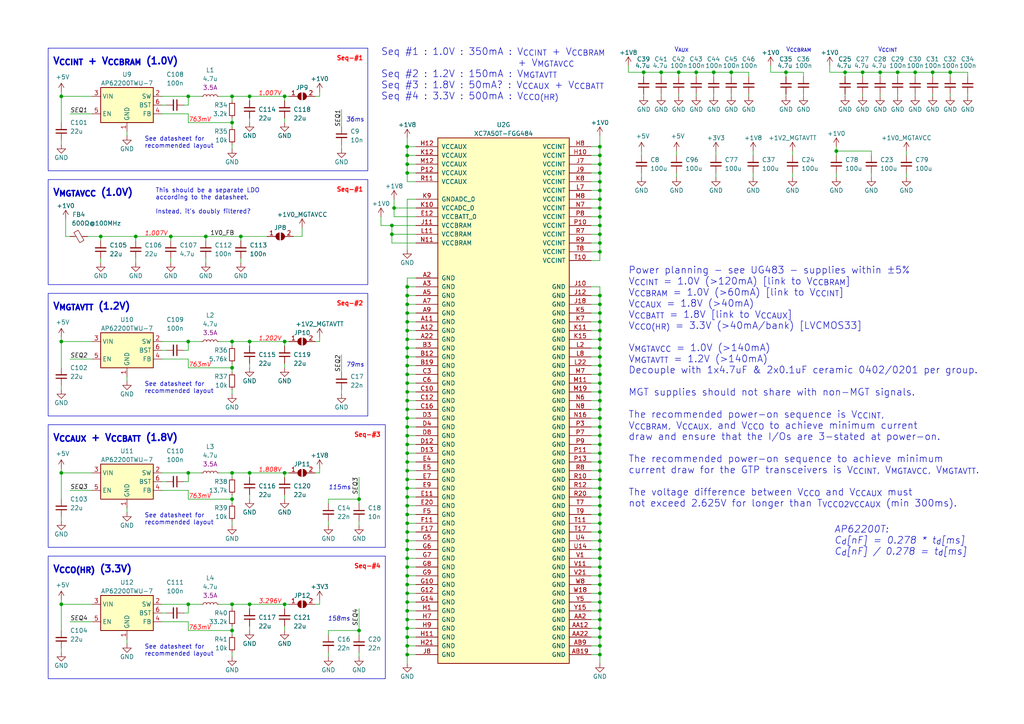
<source format=kicad_sch>
(kicad_sch (version 20250114) (generator "eeschema") (generator_version "9.0")
  (paper "A4")
  (title_block (title "FPGA Power Supplies & Core Decoupling") (date "2024-03-24") (rev "1.1") (company "George Smart, M1GEO") (comment 1 "https://github.com/m1geo/Pi5-Artix-FPGA-Hat") (comment 2 "https://www.george-smart.co.uk"))
  (rectangle (start 13.97 123.19) (end 111.76 158.75))
  (rectangle (start 13.97 161.29) (end 111.76 196.85))
  (rectangle (start 13.97 52.07) (end 106.68 82.55))
  (rectangle (start 13.97 85.09) (end 106.68 120.65))
  (rectangle (start 13.97 13.97) (end 106.68 49.53))
  (text "Seq-#1" (at 105.41 55.88 0) (effects (font (size 1.27 1.27) (thickness 0.254) (bold yes)) (justify right bottom)))
  (text "1.202V" (at 74.93 99.06 0) (effects (font (size 1.27 1.27) (italic yes)) (justify left bottom)))
  (text "763mV" (at 54.61 35.56 0) (effects (font (size 1.27 1.27) (italic yes)) (justify left bottom)))
  (text "V_{CCBRAM}" (at 227.965 15.24 0) (effects (font (size 1.27 1.27)) (justify left bottom)))
  (text "V_{AUX}" (at 195.58 15.24 0) (effects (font (size 1.27 1.27)) (justify left bottom)))
  (text "1.808V" (at 74.93 137.16 0) (effects (font (size 1.27 1.27) (italic yes)) (justify left bottom)))
  (text "79ms" (at 100.33 106.68 0) (effects (font (size 1.27 1.27) (italic yes)) (justify left bottom)))
  (text "763mV" (at 54.61 106.68 0) (effects (font (size 1.27 1.27) (italic yes)) (justify left bottom)))
  (text "Seq-#1" (at 105.41 17.78 0) (effects (font (size 1.27 1.27) (thickness 0.254) (bold yes)) (justify right bottom)))
  (text "115ms" (at 95.25 142.24 0) (effects (font (size 1.27 1.27) (italic yes)) (justify left bottom)))
  (text "1.007V" (at 41.91 68.58 0) (effects (font (size 1.27 1.27) (italic yes)) (justify left bottom)))
  (text "Seq #1 : 1.0V : 350mA : V_{CCINT} + V_{CCBRAM}\n                          + V_{MGTAVCC}\nSeq #2 : 1.2V : 150mA : V_{MGTAVTT}\nSeq #3 : 1.8V : 50mA? : V_{CCAUX} + V_{CCBATT}\nSeq #4 : 3.3V : 500mA : V_{CCO(HR)}" (at 110.49 29.21 0) (effects (font (size 2 2)) (justify left bottom)))
  (text "V_{MGTAVTT} (1.2V)" (at 15.24 90.17 0) (effects (font (size 2 2) (thickness 0.4) (bold yes)) (justify left bottom)))
  (text "763mV" (at 54.61 144.78 0) (effects (font (size 1.27 1.27) (italic yes)) (justify left bottom)))
  (text "V_{CCO(HR)} (3.3V)" (at 15.24 166.37 0) (effects (font (size 2 2) (thickness 0.4) (bold yes)) (justify left bottom)))
  (text "V_{CCINT}" (at 254.635 15.24 0) (effects (font (size 1.27 1.27)) (justify left bottom)))
  (text "V_{MGTAVCC} (1.0V)" (at 15.24 57.15 0) (effects (font (size 2 2) (thickness 0.4) (bold yes)) (justify left bottom)))
  (text "158ms" (at 101.6 180.34 0) (effects (font (size 1.27 1.27) (italic yes)) (justify right bottom)))
  (text "See datasheet for\nrecommended layout" (at 41.91 43.18 0) (effects (font (size 1.27 1.27)) (justify left bottom)))
  (text "V_{CCINT} + V_{CCBRAM} (1.0V)" (at 15.24 19.05 0) (effects (font (size 2 2) (thickness 0.4) (bold yes)) (justify left bottom)))
  (text "3.296V" (at 74.93 175.26 0) (effects (font (size 1.27 1.27) (italic yes)) (justify left bottom)))
  (text "Seq-#3" (at 110.49 127 0) (effects (font (size 1.27 1.27) (thickness 0.254) (bold yes)) (justify right bottom)))
  (text "See datasheet for\nrecommended layout" (at 41.91 190.5 0) (effects (font (size 1.27 1.27)) (justify left bottom)))
  (text "This should be a separate LDO\naccording to the datasheet.\n\nInstead, it's doubly filtered?" (at 45.085 62.23 0) (effects (font (size 1.27 1.27)) (justify left bottom)))
  (text "36ms" (at 100.33 35.56 0) (effects (font (size 1.27 1.27) (italic yes)) (justify left bottom)))
  (text "Seq-#4" (at 110.49 165.1 0) (effects (font (size 1.27 1.27) (thickness 0.254) (bold yes)) (justify right bottom)))
  (text "763mV" (at 54.61 182.88 0) (effects (font (size 1.27 1.27) (italic yes)) (justify left bottom)))
  (text "V_{CCAUX} + V_{CCBATT} (1.8V)" (at 15.24 128.27 0) (effects (font (size 2 2) (thickness 0.4) (bold yes)) (justify left bottom)))
  (text "AP62200T:\nC_{d}[nF] = 0.278 * t_{d}[ms]\nC_{d}[nF] / 0.278 = t_{d}[ms]" (at 241.935 161.29 0) (effects (font (size 2 2) (italic yes)) (justify left bottom)))
  (text "See datasheet for\nrecommended layout" (at 41.91 152.4 0) (effects (font (size 1.27 1.27)) (justify left bottom)))
  (text "1.007V" (at 74.93 27.94 0) (effects (font (size 1.27 1.27) (italic yes)) (justify left bottom)))
  (text "Power planning - see UG483 - supplies within ±5%\nV_{CCINT} = 1.0V (>120mA) [link to V_{CCBRAM}]\nV_{CCBRAM} = 1.0V (>60mA) [link to V_{CCINT}]\nV_{CCAUX} = 1.8V (>40mA)\nV_{CCBATT} = 1.8V [link to V_{CCAUX}]\nV_{CCO(HR)} = 3.3V (>40mA/bank) [LVCMOS33]\n\nV_{MGTAVCC} = 1.0V (>140mA)\nV_{MGTAVTT} = 1.2V (>140mA)\nDecouple with 1x4.7uF & 2x0.1uF ceramic 0402/0201 per group.\n\nMGT supplies should not share with non-MGT signals.\n\nThe recommended power-on sequence is V_{CCINT},\nV_{CCBRAM}, V_{CCAUX}, and V_{CCO} to achieve minimum current\ndraw and ensure that the I/Os are 3-stated at power-on.\n\nThe recommended power-on sequence to achieve minimum\ncurrent draw for the GTP transceivers is V_{CCINT}, V_{MGTAVCC}, V_{MGTAVTT}.\n\nThe voltage difference between V_{CCO} and V_{CCAUX} must\nnot exceed 2.625V for longer than T_{VCCO2VCCAUX} (min 300ms)." (at 182.245 147.32 0) (effects (font (size 2 2)) (justify left bottom)))
  (text "Seq-#2" (at 105.41 88.9 0) (effects (font (size 1.27 1.27) (thickness 0.254) (bold yes)) (justify right bottom)))
  (text "See datasheet for\nrecommended layout" (at 41.91 114.3 0) (effects (font (size 1.27 1.27)) (justify left bottom)))
  (junction (at 17.78 99.06))
  (junction (at 173.99 159.385))
  (junction (at 186.69 20.955))
  (junction (at 82.55 99.06))
  (junction (at 118.11 189.865))
  (junction (at 173.99 90.805))
  (junction (at 118.11 144.145))
  (junction (at 173.99 144.145))
  (junction (at 173.99 95.885))
  (junction (at 173.99 164.465))
  (junction (at 67.31 27.94))
  (junction (at 17.78 175.26))
  (junction (at 118.11 93.345))
  (junction (at 173.99 103.505))
  (junction (at 173.99 172.085))
  (junction (at 250.19 20.955))
  (junction (at 118.11 103.505))
  (junction (at 255.27 20.955))
  (junction (at 67.31 99.06))
  (junction (at 118.11 133.985))
  (junction (at 242.57 43.815))
  (junction (at 29.21 68.58))
  (junction (at 72.39 137.16))
  (junction (at 173.99 47.625))
  (junction (at 118.11 184.785))
  (junction (at 173.99 126.365))
  (junction (at 245.11 20.955))
  (junction (at 173.99 100.965))
  (junction (at 118.11 100.965))
  (junction (at 114.3 60.325))
  (junction (at 118.11 42.545))
  (junction (at 173.99 167.005))
  (junction (at 173.99 136.525))
  (junction (at 173.99 151.765))
  (junction (at 118.11 95.885))
  (junction (at 173.99 85.725))
  (junction (at 118.11 164.465))
  (junction (at 118.11 116.205))
  (junction (at 59.69 68.58))
  (junction (at 118.11 154.305))
  (junction (at 118.11 85.725))
  (junction (at 67.31 35.56))
  (junction (at 69.85 68.58))
  (junction (at 118.11 45.085))
  (junction (at 173.99 116.205))
  (junction (at 173.99 141.605))
  (junction (at 227.965 20.955))
  (junction (at 173.99 98.425))
  (junction (at 104.14 182.88))
  (junction (at 173.99 161.925))
  (junction (at 67.31 144.78))
  (junction (at 118.11 182.245))
  (junction (at 118.11 177.165))
  (junction (at 118.11 139.065))
  (junction (at 173.99 121.285))
  (junction (at 173.99 133.985))
  (junction (at 265.43 20.955))
  (junction (at 39.37 68.58))
  (junction (at 173.99 65.405))
  (junction (at 173.99 139.065))
  (junction (at 173.99 106.045))
  (junction (at 173.99 174.625))
  (junction (at 17.78 137.16))
  (junction (at 118.11 159.385))
  (junction (at 118.11 88.265))
  (junction (at 54.61 137.16))
  (junction (at 173.99 169.545))
  (junction (at 118.11 151.765))
  (junction (at 173.99 42.545))
  (junction (at 173.99 118.745))
  (junction (at 173.99 93.345))
  (junction (at 118.11 113.665))
  (junction (at 173.99 60.325))
  (junction (at 191.77 20.955))
  (junction (at 67.31 175.26))
  (junction (at 173.99 88.265))
  (junction (at 54.61 99.06))
  (junction (at 118.11 169.545))
  (junction (at 118.11 156.845))
  (junction (at 173.99 179.705))
  (junction (at 173.99 131.445))
  (junction (at 173.99 189.865))
  (junction (at 118.11 126.365))
  (junction (at 118.11 83.185))
  (junction (at 72.39 99.06))
  (junction (at 173.99 123.825))
  (junction (at 196.85 20.955))
  (junction (at 173.99 62.865))
  (junction (at 173.99 52.705))
  (junction (at 118.11 136.525))
  (junction (at 82.55 27.94))
  (junction (at 173.99 146.685))
  (junction (at 173.99 187.325))
  (junction (at 173.99 182.245))
  (junction (at 201.93 20.955))
  (junction (at 49.53 68.58))
  (junction (at 72.39 175.26))
  (junction (at 54.61 27.94))
  (junction (at 173.99 113.665))
  (junction (at 118.11 111.125))
  (junction (at 113.665 67.945))
  (junction (at 118.11 167.005))
  (junction (at 118.11 131.445))
  (junction (at 173.99 70.485))
  (junction (at 173.99 67.945))
  (junction (at 118.11 98.425))
  (junction (at 118.11 106.045))
  (junction (at 82.55 137.16))
  (junction (at 17.78 27.94))
  (junction (at 118.11 128.905))
  (junction (at 118.11 179.705))
  (junction (at 118.11 141.605))
  (junction (at 118.11 149.225))
  (junction (at 173.99 50.165))
  (junction (at 173.99 154.305))
  (junction (at 118.11 123.825))
  (junction (at 118.11 146.685))
  (junction (at 173.99 57.785))
  (junction (at 118.11 108.585))
  (junction (at 54.61 175.26))
  (junction (at 67.31 106.68))
  (junction (at 118.11 172.085))
  (junction (at 275.59 20.955))
  (junction (at 82.55 175.26))
  (junction (at 173.99 108.585))
  (junction (at 207.01 20.955))
  (junction (at 118.11 50.165))
  (junction (at 173.99 45.085))
  (junction (at 118.11 121.285))
  (junction (at 173.99 73.025))
  (junction (at 270.51 20.955))
  (junction (at 118.11 174.625))
  (junction (at 173.99 128.905))
  (junction (at 113.665 65.405))
  (junction (at 104.14 144.78))
  (junction (at 173.99 55.245))
  (junction (at 173.99 156.845))
  (junction (at 118.11 90.805))
  (junction (at 173.99 149.225))
  (junction (at 173.99 111.125))
  (junction (at 67.31 137.16))
  (junction (at 118.11 187.325))
  (junction (at 260.35 20.955))
  (junction (at 173.99 184.785))
  (junction (at 118.11 118.745))
  (junction (at 118.11 47.625))
  (junction (at 118.11 161.925))
  (junction (at 72.39 27.94))
  (junction (at 212.09 20.955))
  (junction (at 173.99 177.165))
  (junction (at 67.31 182.88))
  (wire (pts (xy 207.01 20.955) (xy 201.93 20.955)))
  (wire (pts (xy 173.99 93.345) (xy 171.45 93.345)))
  (wire (pts (xy 118.11 103.505) (xy 118.11 106.045)))
  (wire (pts (xy 233.045 22.225) (xy 233.045 20.955)))
  (wire (pts (xy 173.99 95.885) (xy 173.99 98.425)))
  (wire (pts (xy 118.11 45.085) (xy 120.65 45.085)))
  (wire (pts (xy 118.11 83.185) (xy 120.65 83.185)))
  (wire (pts (xy 95.25 151.13) (xy 95.25 152.4)))
  (wire (pts (xy 173.99 65.405) (xy 173.99 67.945)))
  (wire (pts (xy 173.99 83.185) (xy 173.99 85.725)))
  (wire (pts (xy 114.3 60.325) (xy 114.3 62.865)))
  (wire (pts (xy 118.11 131.445) (xy 120.65 131.445)))
  (wire (pts (xy 173.99 182.245) (xy 173.99 184.785)))
  (wire (pts (xy 118.11 133.985) (xy 120.65 133.985)))
  (wire (pts (xy 20.32 33.02) (xy 26.67 33.02)))
  (wire (pts (xy 118.11 57.785) (xy 118.11 72.39)))
  (wire (pts (xy 265.43 27.305) (xy 265.43 27.94)))
  (wire (pts (xy 82.55 137.16) (xy 82.55 138.43)))
  (wire (pts (xy 270.51 20.955) (xy 265.43 20.955)))
  (wire (pts (xy 99.06 113.03) (xy 99.06 114.3)))
  (wire (pts (xy 196.85 22.225) (xy 196.85 20.955)))
  (wire (pts (xy 54.61 144.78) (xy 54.61 142.24)))
  (wire (pts (xy 118.11 93.345) (xy 118.11 95.885)))
  (wire (pts (xy 82.55 99.06) (xy 83.82 99.06)))
  (wire (pts (xy 36.83 185.42) (xy 36.83 186.69)))
  (wire (pts (xy 173.99 177.165) (xy 173.99 179.705)))
  (wire (pts (xy 95.25 189.23) (xy 95.25 190.5)))
  (wire (pts (xy 173.99 184.785) (xy 173.99 187.325)))
  (wire (pts (xy 173.99 187.325) (xy 171.45 187.325)))
  (wire (pts (xy 118.11 133.985) (xy 118.11 136.525)))
  (wire (pts (xy 265.43 22.225) (xy 265.43 20.955)))
  (wire (pts (xy 54.61 104.14) (xy 46.99 104.14)))
  (wire (pts (xy 67.31 146.05) (xy 67.31 144.78)))
  (wire (pts (xy 118.11 149.225) (xy 120.65 149.225)))
  (wire (pts (xy 171.45 151.765) (xy 173.99 151.765)))
  (wire (pts (xy 252.73 50.165) (xy 252.73 51.435)))
  (wire (pts (xy 29.21 68.58) (xy 39.37 68.58)))
  (wire (pts (xy 242.57 42.545) (xy 242.57 43.815)))
  (wire (pts (xy 260.35 20.955) (xy 255.27 20.955)))
  (wire (pts (xy 171.45 50.165) (xy 173.99 50.165)))
  (wire (pts (xy 120.65 57.785) (xy 118.11 57.785)))
  (wire (pts (xy 118.11 151.765) (xy 118.11 154.305)))
  (wire (pts (xy 186.69 22.225) (xy 186.69 20.955)))
  (wire (pts (xy 99.06 31.75) (xy 99.06 36.83)))
  (wire (pts (xy 118.11 100.965) (xy 120.65 100.965)))
  (wire (pts (xy 173.99 113.665) (xy 171.45 113.665)))
  (wire (pts (xy 72.39 143.51) (xy 72.39 144.78)))
  (wire (pts (xy 59.69 68.58) (xy 49.53 68.58)))
  (wire (pts (xy 196.215 43.815) (xy 196.215 45.085)))
  (wire (pts (xy 104.14 184.15) (xy 104.14 182.88)))
  (wire (pts (xy 69.85 68.58) (xy 77.47 68.58)))
  (wire (pts (xy 173.99 42.545) (xy 173.99 45.085)))
  (wire (pts (xy 229.87 43.815) (xy 229.87 45.085)))
  (wire (pts (xy 20.32 142.24) (xy 26.67 142.24)))
  (wire (pts (xy 67.31 137.16) (xy 72.39 137.16)))
  (wire (pts (xy 72.39 27.94) (xy 72.39 29.21)))
  (wire (pts (xy 201.93 27.305) (xy 201.93 27.94)))
  (wire (pts (xy 173.99 169.545) (xy 173.99 172.085)))
  (wire (pts (xy 118.11 108.585) (xy 118.11 111.125)))
  (wire (pts (xy 67.31 36.83) (xy 67.31 35.56)))
  (wire (pts (xy 19.05 63.5) (xy 19.05 68.58)))
  (wire (pts (xy 118.11 95.885) (xy 120.65 95.885)))
  (wire (pts (xy 17.78 173.99) (xy 17.78 175.26)))
  (wire (pts (xy 118.11 187.325) (xy 118.11 189.865)))
  (wire (pts (xy 59.69 74.93) (xy 59.69 76.2)))
  (wire (pts (xy 191.77 27.305) (xy 191.77 27.94)))
  (wire (pts (xy 186.69 20.955) (xy 191.77 20.955)))
  (wire (pts (xy 173.99 57.785) (xy 173.99 60.325)))
  (wire (pts (xy 72.39 99.06) (xy 82.55 99.06)))
  (wire (pts (xy 173.99 149.225) (xy 173.99 151.765)))
  (wire (pts (xy 72.39 34.29) (xy 72.39 35.56)))
  (wire (pts (xy 99.06 41.91) (xy 99.06 43.18)))
  (wire (pts (xy 173.99 70.485) (xy 171.45 70.485)))
  (wire (pts (xy 120.65 62.865) (xy 114.3 62.865)))
  (wire (pts (xy 173.99 93.345) (xy 173.99 95.885)))
  (wire (pts (xy 72.39 181.61) (xy 72.39 182.88)))
  (wire (pts (xy 59.69 69.85) (xy 59.69 68.58)))
  (wire (pts (xy 118.11 167.005) (xy 118.11 169.545)))
  (wire (pts (xy 67.31 151.13) (xy 67.31 152.4)))
  (wire (pts (xy 72.39 105.41) (xy 72.39 106.68)))
  (wire (pts (xy 72.39 175.26) (xy 72.39 176.53)))
  (wire (pts (xy 118.11 40.005) (xy 118.11 42.545)))
  (wire (pts (xy 54.61 30.48) (xy 54.61 27.94)))
  (wire (pts (xy 173.99 174.625) (xy 173.99 177.165)))
  (wire (pts (xy 118.11 161.925) (xy 120.65 161.925)))
  (wire (pts (xy 218.44 50.165) (xy 218.44 51.435)))
  (wire (pts (xy 173.99 133.985) (xy 171.45 133.985)))
  (wire (pts (xy 118.11 141.605) (xy 120.65 141.605)))
  (wire (pts (xy 173.99 118.745) (xy 171.45 118.745)))
  (wire (pts (xy 173.99 60.325) (xy 171.45 60.325)))
  (wire (pts (xy 173.99 156.845) (xy 173.99 159.385)))
  (wire (pts (xy 173.99 111.125) (xy 173.99 113.665)))
  (wire (pts (xy 173.99 90.805) (xy 171.45 90.805)))
  (wire (pts (xy 173.99 55.245) (xy 173.99 57.785)))
  (wire (pts (xy 173.99 139.065) (xy 173.99 141.605)))
  (wire (pts (xy 67.31 184.15) (xy 67.31 182.88)))
  (wire (pts (xy 173.99 100.965) (xy 173.99 103.505)))
  (wire (pts (xy 54.61 106.68) (xy 54.61 104.14)))
  (wire (pts (xy 118.11 118.745) (xy 120.65 118.745)))
  (wire (pts (xy 118.11 113.665) (xy 118.11 116.205)))
  (wire (pts (xy 173.99 123.825) (xy 171.45 123.825)))
  (wire (pts (xy 17.78 135.89) (xy 17.78 137.16)))
  (wire (pts (xy 46.99 99.06) (xy 54.61 99.06)))
  (wire (pts (xy 113.665 67.945) (xy 120.65 67.945)))
  (wire (pts (xy 275.59 22.225) (xy 275.59 20.955)))
  (wire (pts (xy 173.99 133.985) (xy 173.99 136.525)))
  (wire (pts (xy 196.85 27.305) (xy 196.85 27.94)))
  (wire (pts (xy 17.78 137.16) (xy 26.67 137.16)))
  (wire (pts (xy 186.055 43.815) (xy 186.055 45.085)))
  (wire (pts (xy 104.14 182.88) (xy 95.25 182.88)))
  (wire (pts (xy 118.11 184.785) (xy 118.11 187.325)))
  (wire (pts (xy 118.11 113.665) (xy 120.65 113.665)))
  (wire (pts (xy 72.39 175.26) (xy 82.55 175.26)))
  (wire (pts (xy 82.55 105.41) (xy 82.55 106.68)))
  (wire (pts (xy 173.99 167.005) (xy 173.99 169.545)))
  (wire (pts (xy 229.87 50.165) (xy 229.87 51.435)))
  (wire (pts (xy 173.99 111.125) (xy 171.45 111.125)))
  (wire (pts (xy 262.89 43.815) (xy 262.89 45.085)))
  (wire (pts (xy 67.31 107.95) (xy 67.31 106.68)))
  (wire (pts (xy 118.11 80.645) (xy 118.11 83.185)))
  (wire (pts (xy 118.11 182.245) (xy 120.65 182.245)))
  (wire (pts (xy 67.31 144.78) (xy 54.61 144.78)))
  (wire (pts (xy 240.665 20.955) (xy 245.11 20.955)))
  (wire (pts (xy 118.11 159.385) (xy 118.11 161.925)))
  (wire (pts (xy 95.25 182.88) (xy 95.25 184.15)))
  (wire (pts (xy 17.78 111.76) (xy 17.78 113.03)))
  (wire (pts (xy 173.99 164.465) (xy 171.45 164.465)))
  (wire (pts (xy 69.85 68.58) (xy 59.69 68.58)))
  (wire (pts (xy 67.31 41.91) (xy 67.31 43.18)))
  (wire (pts (xy 242.57 43.815) (xy 242.57 45.085)))
  (wire (pts (xy 173.99 167.005) (xy 171.45 167.005)))
  (wire (pts (xy 173.99 141.605) (xy 171.45 141.605)))
  (wire (pts (xy 113.665 70.485) (xy 113.665 67.945)))
  (wire (pts (xy 118.11 172.085) (xy 120.65 172.085)))
  (wire (pts (xy 171.45 45.085) (xy 173.99 45.085)))
  (wire (pts (xy 171.45 42.545) (xy 173.99 42.545)))
  (wire (pts (xy 67.31 29.21) (xy 67.31 27.94)))
  (wire (pts (xy 173.99 156.845) (xy 171.45 156.845)))
  (wire (pts (xy 196.215 50.165) (xy 196.215 51.435)))
  (wire (pts (xy 173.99 184.785) (xy 171.45 184.785)))
  (wire (pts (xy 270.51 22.225) (xy 270.51 20.955)))
  (wire (pts (xy 17.78 137.16) (xy 17.78 144.78)))
  (wire (pts (xy 17.78 26.67) (xy 17.78 27.94)))
  (wire (pts (xy 173.99 103.505) (xy 173.99 106.045)))
  (wire (pts (xy 118.11 47.625) (xy 118.11 50.165)))
  (wire (pts (xy 53.34 30.48) (xy 54.61 30.48)))
  (wire (pts (xy 92.71 173.99) (xy 92.71 175.26)))
  (wire (pts (xy 54.61 101.6) (xy 54.61 99.06)))
  (wire (pts (xy 212.09 20.955) (xy 207.01 20.955)))
  (wire (pts (xy 118.11 98.425) (xy 118.11 100.965)))
  (wire (pts (xy 54.61 35.56) (xy 54.61 33.02)))
  (wire (pts (xy 67.31 105.41) (xy 67.31 106.68)))
  (wire (pts (xy 275.59 20.955) (xy 270.51 20.955)))
  (wire (pts (xy 118.11 45.085) (xy 118.11 47.625)))
  (wire (pts (xy 46.99 137.16) (xy 54.61 137.16)))
  (wire (pts (xy 67.31 35.56) (xy 54.61 35.56)))
  (wire (pts (xy 17.78 149.86) (xy 17.78 151.13)))
  (wire (pts (xy 54.61 99.06) (xy 58.42 99.06)))
  (wire (pts (xy 280.67 20.955) (xy 275.59 20.955)))
  (wire (pts (xy 275.59 27.305) (xy 275.59 27.94)))
  (wire (pts (xy 173.99 88.265) (xy 171.45 88.265)))
  (wire (pts (xy 67.31 113.03) (xy 67.31 114.3)))
  (wire (pts (xy 173.99 45.085) (xy 173.99 47.625)))
  (wire (pts (xy 186.055 50.165) (xy 186.055 51.435)))
  (wire (pts (xy 39.37 68.58) (xy 49.53 68.58)))
  (wire (pts (xy 110.49 65.405) (xy 113.665 65.405)))
  (wire (pts (xy 25.4 68.58) (xy 29.21 68.58)))
  (wire (pts (xy 118.11 116.205) (xy 118.11 118.745)))
  (wire (pts (xy 262.89 50.165) (xy 262.89 51.435)))
  (wire (pts (xy 118.11 151.765) (xy 120.65 151.765)))
  (wire (pts (xy 39.37 68.58) (xy 39.37 69.85)))
  (wire (pts (xy 118.11 42.545) (xy 120.65 42.545)))
  (wire (pts (xy 46.99 177.8) (xy 48.26 177.8)))
  (wire (pts (xy 63.5 27.94) (xy 67.31 27.94)))
  (wire (pts (xy 173.99 121.285) (xy 171.45 121.285)))
  (wire (pts (xy 118.11 182.245) (xy 118.11 184.785)))
  (wire (pts (xy 54.61 137.16) (xy 58.42 137.16)))
  (wire (pts (xy 92.71 137.16) (xy 91.44 137.16)))
  (wire (pts (xy 173.99 189.865) (xy 173.99 192.405)))
  (wire (pts (xy 118.11 179.705) (xy 120.65 179.705)))
  (wire (pts (xy 270.51 27.305) (xy 270.51 27.94)))
  (wire (pts (xy 173.99 136.525) (xy 173.99 139.065)))
  (wire (pts (xy 114.3 57.785) (xy 114.3 60.325)))
  (wire (pts (xy 104.14 189.23) (xy 104.14 190.5)))
  (wire (pts (xy 173.99 62.865) (xy 173.99 65.405)))
  (wire (pts (xy 63.5 99.06) (xy 67.31 99.06)))
  (wire (pts (xy 82.55 175.26) (xy 83.82 175.26)))
  (wire (pts (xy 54.61 139.7) (xy 54.61 137.16)))
  (wire (pts (xy 173.99 88.265) (xy 173.99 90.805)))
  (wire (pts (xy 173.99 131.445) (xy 171.45 131.445)))
  (wire (pts (xy 173.99 70.485) (xy 173.99 73.025)))
  (wire (pts (xy 191.77 22.225) (xy 191.77 20.955)))
  (wire (pts (xy 82.55 27.94) (xy 83.82 27.94)))
  (wire (pts (xy 173.99 65.405) (xy 171.45 65.405)))
  (wire (pts (xy 118.11 98.425) (xy 120.65 98.425)))
  (wire (pts (xy 67.31 189.23) (xy 67.31 190.5)))
  (wire (pts (xy 118.11 154.305) (xy 120.65 154.305)))
  (wire (pts (xy 173.99 106.045) (xy 173.99 108.585)))
  (wire (pts (xy 54.61 175.26) (xy 58.42 175.26)))
  (wire (pts (xy 207.01 22.225) (xy 207.01 20.955)))
  (wire (pts (xy 171.45 47.625) (xy 173.99 47.625)))
  (wire (pts (xy 118.11 187.325) (xy 120.65 187.325)))
  (wire (pts (xy 95.25 144.78) (xy 104.14 144.78)))
  (wire (pts (xy 113.665 65.405) (xy 120.65 65.405)))
  (wire (pts (xy 212.09 22.225) (xy 212.09 20.955)))
  (wire (pts (xy 173.99 108.585) (xy 171.45 108.585)))
  (wire (pts (xy 118.11 50.165) (xy 120.65 50.165)))
  (wire (pts (xy 99.06 102.87) (xy 99.06 107.95)))
  (wire (pts (xy 173.99 113.665) (xy 173.99 116.205)))
  (wire (pts (xy 173.99 90.805) (xy 173.99 93.345)))
  (wire (pts (xy 63.5 137.16) (xy 67.31 137.16)))
  (wire (pts (xy 17.78 40.64) (xy 17.78 41.91)))
  (wire (pts (xy 67.31 34.29) (xy 67.31 35.56)))
  (wire (pts (xy 67.31 138.43) (xy 67.31 137.16)))
  (wire (pts (xy 39.37 74.93) (xy 39.37 76.2)))
  (wire (pts (xy 92.71 175.26) (xy 91.44 175.26)))
  (wire (pts (xy 173.99 182.245) (xy 171.45 182.245)))
  (wire (pts (xy 173.99 52.705) (xy 173.99 55.245)))
  (wire (pts (xy 173.99 179.705) (xy 173.99 182.245)))
  (wire (pts (xy 173.99 85.725) (xy 171.45 85.725)))
  (wire (pts (xy 54.61 27.94) (xy 58.42 27.94)))
  (wire (pts (xy 118.11 177.165) (xy 118.11 179.705)))
  (wire (pts (xy 227.965 27.305) (xy 227.965 27.94)))
  (wire (pts (xy 118.11 123.825) (xy 118.11 126.365)))
  (wire (pts (xy 173.99 179.705) (xy 171.45 179.705)))
  (wire (pts (xy 67.31 181.61) (xy 67.31 182.88)))
  (wire (pts (xy 245.11 20.955) (xy 250.19 20.955)))
  (wire (pts (xy 250.19 20.955) (xy 255.27 20.955)))
  (wire (pts (xy 171.45 57.785) (xy 173.99 57.785)))
  (wire (pts (xy 173.99 116.205) (xy 171.45 116.205)))
  (wire (pts (xy 233.045 20.955) (xy 227.965 20.955)))
  (wire (pts (xy 173.99 172.085) (xy 171.45 172.085)))
  (wire (pts (xy 118.11 144.145) (xy 120.65 144.145)))
  (wire (pts (xy 171.45 55.245) (xy 173.99 55.245)))
  (wire (pts (xy 173.99 108.585) (xy 173.99 111.125)))
  (wire (pts (xy 118.11 161.925) (xy 118.11 164.465)))
  (wire (pts (xy 173.99 85.725) (xy 173.99 88.265)))
  (wire (pts (xy 118.11 189.865) (xy 118.11 192.405)))
  (wire (pts (xy 118.11 88.265) (xy 120.65 88.265)))
  (wire (pts (xy 255.27 27.305) (xy 255.27 27.94)))
  (wire (pts (xy 173.99 131.445) (xy 173.99 133.985)))
  (wire (pts (xy 250.19 22.225) (xy 250.19 20.955)))
  (wire (pts (xy 120.65 70.485) (xy 113.665 70.485)))
  (wire (pts (xy 173.99 154.305) (xy 171.45 154.305)))
  (wire (pts (xy 242.57 43.815) (xy 252.73 43.815)))
  (wire (pts (xy 49.53 68.58) (xy 49.53 69.85)))
  (wire (pts (xy 173.99 177.165) (xy 171.45 177.165)))
  (wire (pts (xy 104.14 176.53) (xy 104.14 182.88)))
  (wire (pts (xy 118.11 177.165) (xy 120.65 177.165)))
  (wire (pts (xy 118.11 126.365) (xy 118.11 128.905)))
  (wire (pts (xy 118.11 149.225) (xy 118.11 151.765)))
  (wire (pts (xy 67.31 143.51) (xy 67.31 144.78)))
  (wire (pts (xy 173.99 116.205) (xy 173.99 118.745)))
  (wire (pts (xy 207.645 50.165) (xy 207.645 51.435)))
  (wire (pts (xy 54.61 142.24) (xy 46.99 142.24)))
  (wire (pts (xy 17.78 99.06) (xy 17.78 106.68)))
  (wire (pts (xy 240.665 19.05) (xy 240.665 20.955)))
  (wire (pts (xy 82.55 27.94) (xy 82.55 29.21)))
  (wire (pts (xy 242.57 50.165) (xy 242.57 51.435)))
  (wire (pts (xy 173.99 172.085) (xy 173.99 174.625)))
  (wire (pts (xy 182.245 20.955) (xy 186.69 20.955)))
  (wire (pts (xy 118.11 42.545) (xy 118.11 45.085)))
  (wire (pts (xy 72.39 27.94) (xy 82.55 27.94)))
  (wire (pts (xy 53.34 101.6) (xy 54.61 101.6)))
  (wire (pts (xy 118.11 172.085) (xy 118.11 174.625)))
  (wire (pts (xy 87.63 68.58) (xy 87.63 66.04)))
  (wire (pts (xy 173.99 126.365) (xy 171.45 126.365)))
  (wire (pts (xy 223.52 20.955) (xy 227.965 20.955)))
  (wire (pts (xy 173.99 151.765) (xy 173.99 154.305)))
  (wire (pts (xy 173.99 126.365) (xy 173.99 128.905)))
  (wire (pts (xy 201.93 20.955) (xy 196.85 20.955)))
  (wire (pts (xy 173.99 146.685) (xy 173.99 149.225)))
  (wire (pts (xy 173.99 128.905) (xy 173.99 131.445)))
  (wire (pts (xy 265.43 20.955) (xy 260.35 20.955)))
  (wire (pts (xy 92.71 99.06) (xy 91.44 99.06)))
  (wire (pts (xy 20.32 104.14) (xy 26.67 104.14)))
  (wire (pts (xy 118.11 139.065) (xy 118.11 141.605)))
  (wire (pts (xy 17.78 27.94) (xy 26.67 27.94)))
  (wire (pts (xy 118.11 83.185) (xy 118.11 85.725)))
  (wire (pts (xy 173.99 189.865) (xy 171.45 189.865)))
  (wire (pts (xy 118.11 156.845) (xy 118.11 159.385)))
  (wire (pts (xy 92.71 27.94) (xy 91.44 27.94)))
  (wire (pts (xy 46.99 30.48) (xy 48.26 30.48)))
  (wire (pts (xy 173.99 149.225) (xy 171.45 149.225)))
  (wire (pts (xy 173.99 73.025) (xy 171.45 73.025)))
  (wire (pts (xy 17.78 27.94) (xy 17.78 35.56)))
  (wire (pts (xy 173.99 161.925) (xy 173.99 164.465)))
  (wire (pts (xy 67.31 106.68) (xy 54.61 106.68)))
  (wire (pts (xy 173.99 174.625) (xy 171.45 174.625)))
  (wire (pts (xy 104.14 138.43) (xy 104.14 144.78)))
  (wire (pts (xy 67.31 182.88) (xy 54.61 182.88)))
  (wire (pts (xy 118.11 90.805) (xy 118.11 93.345)))
  (wire (pts (xy 217.17 20.955) (xy 212.09 20.955)))
  (wire (pts (xy 54.61 180.34) (xy 46.99 180.34)))
  (wire (pts (xy 173.99 154.305) (xy 173.99 156.845)))
  (wire (pts (xy 92.71 135.89) (xy 92.71 137.16)))
  (wire (pts (xy 182.245 20.955) (xy 182.245 19.05)))
  (wire (pts (xy 63.5 175.26) (xy 67.31 175.26)))
  (wire (pts (xy 92.71 26.67) (xy 92.71 27.94)))
  (wire (pts (xy 173.99 83.185) (xy 171.45 83.185)))
  (wire (pts (xy 19.05 68.58) (xy 20.32 68.58)))
  (wire (pts (xy 173.99 121.285) (xy 173.99 123.825)))
  (wire (pts (xy 207.01 27.305) (xy 207.01 27.94)))
  (wire (pts (xy 173.99 100.965) (xy 171.45 100.965)))
  (wire (pts (xy 118.11 169.545) (xy 120.65 169.545)))
  (wire (pts (xy 173.99 95.885) (xy 171.45 95.885)))
  (wire (pts (xy 72.39 99.06) (xy 72.39 100.33)))
  (wire (pts (xy 118.11 144.145) (xy 118.11 146.685)))
  (wire (pts (xy 186.69 27.305) (xy 186.69 27.94)))
  (wire (pts (xy 217.17 22.225) (xy 217.17 20.955)))
  (wire (pts (xy 173.99 62.865) (xy 171.45 62.865)))
  (wire (pts (xy 46.99 27.94) (xy 54.61 27.94)))
  (wire (pts (xy 95.25 144.78) (xy 95.25 146.05)))
  (wire (pts (xy 217.17 27.305) (xy 217.17 27.94)))
  (wire (pts (xy 29.21 74.93) (xy 29.21 76.2)))
  (wire (pts (xy 54.61 33.02) (xy 46.99 33.02)))
  (wire (pts (xy 118.11 136.525) (xy 120.65 136.525)))
  (wire (pts (xy 67.31 27.94) (xy 72.39 27.94)))
  (wire (pts (xy 173.99 98.425) (xy 173.99 100.965)))
  (wire (pts (xy 17.78 175.26) (xy 26.67 175.26)))
  (wire (pts (xy 118.11 123.825) (xy 120.65 123.825)))
  (wire (pts (xy 173.99 67.945) (xy 173.99 70.485)))
  (wire (pts (xy 118.11 159.385) (xy 120.65 159.385)))
  (wire (pts (xy 69.85 76.2) (xy 69.85 74.93)))
  (wire (pts (xy 173.99 106.045) (xy 171.45 106.045)))
  (wire (pts (xy 173.99 60.325) (xy 173.99 62.865)))
  (wire (pts (xy 173.99 75.565) (xy 171.45 75.565)))
  (wire (pts (xy 118.11 95.885) (xy 118.11 98.425)))
  (wire (pts (xy 118.11 174.625) (xy 118.11 177.165)))
  (wire (pts (xy 173.99 73.025) (xy 173.99 75.565)))
  (wire (pts (xy 252.73 45.085) (xy 252.73 43.815)))
  (wire (pts (xy 46.99 175.26) (xy 54.61 175.26)))
  (wire (pts (xy 118.11 47.625) (xy 120.65 47.625)))
  (wire (pts (xy 118.11 146.685) (xy 120.65 146.685)))
  (wire (pts (xy 17.78 187.96) (xy 17.78 189.23)))
  (wire (pts (xy 173.99 187.325) (xy 173.99 189.865)))
  (wire (pts (xy 29.21 68.58) (xy 29.21 69.85)))
  (wire (pts (xy 173.99 118.745) (xy 173.99 121.285)))
  (wire (pts (xy 173.99 123.825) (xy 173.99 126.365)))
  (wire (pts (xy 118.11 169.545) (xy 118.11 172.085)))
  (wire (pts (xy 82.55 181.61) (xy 82.55 182.88)))
  (wire (pts (xy 118.11 108.585) (xy 120.65 108.585)))
  (wire (pts (xy 67.31 100.33) (xy 67.31 99.06)))
  (wire (pts (xy 118.11 106.045) (xy 120.65 106.045)))
  (wire (pts (xy 207.645 43.815) (xy 207.645 45.085)))
  (wire (pts (xy 118.11 179.705) (xy 118.11 182.245)))
  (wire (pts (xy 118.11 80.645) (xy 120.65 80.645)))
  (wire (pts (xy 118.11 118.745) (xy 118.11 121.285)))
  (wire (pts (xy 118.11 136.525) (xy 118.11 139.065)))
  (wire (pts (xy 118.11 121.285) (xy 120.65 121.285)))
  (wire (pts (xy 36.83 147.32) (xy 36.83 148.59)))
  (wire (pts (xy 173.99 67.945) (xy 171.45 67.945)))
  (wire (pts (xy 118.11 131.445) (xy 118.11 133.985)))
  (wire (pts (xy 53.34 139.7) (xy 54.61 139.7)))
  (wire (pts (xy 118.11 128.905) (xy 118.11 131.445)))
  (wire (pts (xy 118.11 164.465) (xy 118.11 167.005)))
  (wire (pts (xy 173.99 164.465) (xy 173.99 167.005)))
  (wire (pts (xy 173.99 141.605) (xy 173.99 144.145)))
  (wire (pts (xy 118.11 116.205) (xy 120.65 116.205)))
  (wire (pts (xy 173.99 103.505) (xy 171.45 103.505)))
  (wire (pts (xy 46.99 139.7) (xy 48.26 139.7)))
  (wire (pts (xy 118.11 167.005) (xy 120.65 167.005)))
  (wire (pts (xy 46.99 101.6) (xy 48.26 101.6)))
  (wire (pts (xy 54.61 182.88) (xy 54.61 180.34)))
  (wire (pts (xy 110.49 62.865) (xy 110.49 65.405)))
  (wire (pts (xy 104.14 151.13) (xy 104.14 152.4)))
  (wire (pts (xy 196.85 20.955) (xy 191.77 20.955)))
  (wire (pts (xy 173.99 146.685) (xy 171.45 146.685)))
  (wire (pts (xy 82.55 143.51) (xy 82.55 144.78)))
  (wire (pts (xy 173.99 39.37) (xy 173.99 42.545)))
  (wire (pts (xy 227.965 22.225) (xy 227.965 20.955)))
  (wire (pts (xy 280.67 27.305) (xy 280.67 27.94)))
  (wire (pts (xy 118.11 93.345) (xy 120.65 93.345)))
  (wire (pts (xy 233.045 27.305) (xy 233.045 27.94)))
  (wire (pts (xy 118.11 164.465) (xy 120.65 164.465)))
  (wire (pts (xy 82.55 137.16) (xy 83.82 137.16)))
  (wire (pts (xy 173.99 139.065) (xy 171.45 139.065)))
  (wire (pts (xy 72.39 137.16) (xy 82.55 137.16)))
  (wire (pts (xy 104.14 146.05) (xy 104.14 144.78)))
  (wire (pts (xy 72.39 137.16) (xy 72.39 138.43)))
  (wire (pts (xy 118.11 154.305) (xy 118.11 156.845)))
  (wire (pts (xy 118.11 126.365) (xy 120.65 126.365)))
  (wire (pts (xy 118.11 100.965) (xy 118.11 103.505)))
  (wire (pts (xy 114.3 60.325) (xy 120.65 60.325)))
  (wire (pts (xy 36.83 38.1) (xy 36.83 39.37)))
  (wire (pts (xy 118.11 189.865) (xy 120.65 189.865)))
  (wire (pts (xy 118.11 106.045) (xy 118.11 108.585)))
  (wire (pts (xy 118.11 146.685) (xy 118.11 149.225)))
  (wire (pts (xy 255.27 22.225) (xy 255.27 20.955)))
  (wire (pts (xy 36.83 109.22) (xy 36.83 110.49)))
  (wire (pts (xy 67.31 99.06) (xy 72.39 99.06)))
  (wire (pts (xy 82.55 34.29) (xy 82.55 35.56)))
  (wire (pts (xy 118.11 121.285) (xy 118.11 123.825)))
  (wire (pts (xy 173.99 159.385) (xy 171.45 159.385)))
  (wire (pts (xy 250.19 27.305) (xy 250.19 27.94)))
  (wire (pts (xy 173.99 98.425) (xy 171.45 98.425)))
  (wire (pts (xy 49.53 74.93) (xy 49.53 76.2)))
  (wire (pts (xy 118.11 90.805) (xy 120.65 90.805)))
  (wire (pts (xy 173.99 136.525) (xy 171.45 136.525)))
  (wire (pts (xy 67.31 175.26) (xy 72.39 175.26)))
  (wire (pts (xy 82.55 175.26) (xy 82.55 176.53)))
  (wire (pts (xy 118.11 128.905) (xy 120.65 128.905)))
  (wire (pts (xy 118.11 88.265) (xy 118.11 90.805)))
  (wire (pts (xy 173.99 47.625) (xy 173.99 50.165)))
  (wire (pts (xy 118.11 139.065) (xy 120.65 139.065)))
  (wire (pts (xy 201.93 22.225) (xy 201.93 20.955)))
  (wire (pts (xy 218.44 43.815) (xy 218.44 45.085)))
  (wire (pts (xy 69.85 69.85) (xy 69.85 68.58)))
  (wire (pts (xy 118.11 111.125) (xy 120.65 111.125)))
  (wire (pts (xy 118.11 156.845) (xy 120.65 156.845)))
  (wire (pts (xy 173.99 161.925) (xy 171.45 161.925)))
  (wire (pts (xy 17.78 97.79) (xy 17.78 99.06)))
  (wire (pts (xy 212.09 27.305) (xy 212.09 27.94)))
  (wire (pts (xy 173.99 144.145) (xy 171.45 144.145)))
  (wire (pts (xy 54.61 177.8) (xy 54.61 175.26)))
  (wire (pts (xy 118.11 85.725) (xy 120.65 85.725)))
  (wire (pts (xy 113.665 65.405) (xy 113.665 67.945)))
  (wire (pts (xy 173.99 159.385) (xy 173.99 161.925)))
  (wire (pts (xy 87.63 68.58) (xy 85.09 68.58)))
  (wire (pts (xy 53.34 177.8) (xy 54.61 177.8)))
  (wire (pts (xy 67.31 176.53) (xy 67.31 175.26)))
  (wire (pts (xy 173.99 144.145) (xy 173.99 146.685)))
  (wire (pts (xy 118.11 103.505) (xy 120.65 103.505)))
  (wire (pts (xy 17.78 99.06) (xy 26.67 99.06)))
  (wire (pts (xy 17.78 175.26) (xy 17.78 182.88)))
  (wire (pts (xy 118.11 85.725) (xy 118.11 88.265)))
  (wire (pts (xy 92.71 97.79) (xy 92.71 99.06)))
  (wire (pts (xy 120.65 52.705) (xy 118.11 52.705)))
  (wire (pts (xy 260.35 27.305) (xy 260.35 27.94)))
  (wire (pts (xy 280.67 22.225) (xy 280.67 20.955)))
  (wire (pts (xy 118.11 52.705) (xy 118.11 50.165)))
  (wire (pts (xy 260.35 22.225) (xy 260.35 20.955)))
  (wire (pts (xy 118.11 141.605) (xy 118.11 144.145)))
  (wire (pts (xy 173.99 169.545) (xy 171.45 169.545)))
  (wire (pts (xy 118.11 184.785) (xy 120.65 184.785)))
  (wire (pts (xy 118.11 111.125) (xy 118.11 113.665)))
  (wire (pts (xy 173.99 128.905) (xy 171.45 128.905)))
  (wire (pts (xy 245.11 27.305) (xy 245.11 27.94)))
  (wire (pts (xy 118.11 174.625) (xy 120.65 174.625)))
  (wire (pts (xy 245.11 22.225) (xy 245.11 20.955)))
  (wire (pts (xy 173.99 50.165) (xy 173.99 52.705)))
  (wire (pts (xy 82.55 99.06) (xy 82.55 100.33)))
  (wire (pts (xy 20.32 180.34) (xy 26.67 180.34)))
  (wire (pts (xy 223.52 19.05) (xy 223.52 20.955)))
  (wire (pts (xy 171.45 52.705) (xy 173.99 52.705)))
  (label "SEQ2" (at 20.32 104.14 0) (effects (font (italic yes))))
  (label "1V0_FB" (at 60.96 68.58 0))
  (label "SEQ1" (at 99.06 31.75 270) (effects (font (italic yes))))
  (label "SEQ3" (at 20.32 142.24 0) (effects (font (italic yes))))
  (label "SEQ4" (at 20.32 180.34 0) (effects (font (italic yes))))
  (label "SEQ4" (at 104.14 176.53 270) (effects (font (italic yes))))
  (label "SEQ3" (at 104.14 138.43 270) (effects (font (italic yes))))
  (label "SEQ1" (at 20.32 33.02 0) (effects (font (italic yes))))
  (label "SEQ2" (at 99.06 102.87 270) (effects (font (italic yes))))
  (symbol (lib_id "power:GND") (at 217.17 27.94 0) (mirror y) (unit 1)
    (property "Reference" "#PWR080" (effects (hide yes)))
    (property "Value" "GND" (at 217.17 31.75 0))
  )
  (symbol (lib_id "Device:C_Small") (at 260.35 24.765 0) (mirror x) (unit 1)
    (property "Reference" "C29" (at 262.255 17.145 0) (effects (justify right)))
    (property "Value" "100n" (at 262.89 19.05 0) (effects (justify right)))
    (property "Footprint" "Capacitor_SMD:C_0402_1005Metric" (effects (hide yes)))
    (property "Datasheet" "https://datasheet.lcsc.com/lcsc/2304140030_Samsung-Electro-Mechanics-CL05B104KO5NNNC_C1525.pdf" (effects (hide yes)))
    (property "LCSC" "C1525" (effects (hide yes)))
  )
  (symbol (lib_id "fpga_mgt_power:+1V0_MGTAVCC") (at 262.89 43.815 0) (unit 1)
    (property "Reference" "#PWR0128" (effects (hide yes)))
    (property "Value" "+1V0_MGTAVCC" (at 262.89 40.005 0))
  )
  (symbol (lib_id "Device:R_Small") (at 67.31 179.07 0) (mirror x) (unit 1)
    (property "Reference" "R40" (at 66.04 177.8 0) (effects (justify right)))
    (property "Value" "33.2k" (at 66.04 180.34 0) (effects (justify right)))
    (property "Footprint" "Resistor_SMD:R_0402_1005Metric" (effects (hide yes)))
    (property "Datasheet" "https://datasheet.lcsc.com/lcsc/2205312345_UNI-ROYAL-Uniroyal-Elec-0402WGF3322TCE_C122548.pdf" (effects (hide yes)))
    (property "LCSC" "C122548" (effects (hide yes)))
  )
  (symbol (lib_id "power:GND") (at 262.89 51.435 0) (unit 1)
    (property "Reference" "#PWR0129" (effects (hide yes)))
    (property "Value" "GND" (at 262.89 55.245 0))
  )
  (symbol (lib_id "power:+1V0") (at 19.05 63.5 0) (unit 1)
    (property "Reference" "#PWR0150" (effects (hide yes)))
    (property "Value" "+1V0" (at 19.05 59.69 0))
  )
  (symbol (lib_id "Jumper:SolderJumper_2_Open") (at 81.28 68.58 0) (unit 1)
    (property "Reference" "JP8" (at 81.28 66.04 0))
    (property "Value" "JUMPER" (effects (hide yes)))
    (property "Footprint" "Jumper:SolderJumper-2_P1.3mm_Open_TrianglePad1.0x1.5mm" (effects (hide yes)))
    (property "Datasheet" "https://datasheet.lcsc.com/lcsc/2206010200_UNI-ROYAL-Uniroyal-Elec-1206W4F0000T5E_C17888.pdf" (effects (hide yes)))
    (property "LCSC" "C17888" (effects (hide yes)))
  )
  (symbol (lib_id "FPGA_Xilinx_Artix7:XC7A50T-FGG484") (at 146.05 116.205 0) (unit 7)
    (property "Reference" "U2" (at 146.05 36.195 0))
    (property "Value" "XC7A50T-FGG484" (at 146.05 38.735 0))
    (property "Footprint" "Package_BGA:Xilinx_FGG484" (effects (hide yes)))
    (property "Datasheet" "https://docs.xilinx.com/v/u/en-US/ds181_Artix_7_Data_Sheet" (effects (hide yes)))
    (property "LCSC" "C1550658" (effects (hide yes)))
  )
  (symbol (lib_id "Device:L_Small") (at 60.96 137.16 90) (unit 1)
    (property "Reference" "L3" (at 60.96 129.54 90))
    (property "Value" "4.7u" (at 60.96 132.08 90))
    (property "Footprint" "Inductor_SMD:L_Chilisin_BMRB00050518" (effects (hide yes)))
    (property "Datasheet" "https://datasheet.lcsc.com/lcsc/2212011800_cjiang--Changjiang-Microelectronics-Tech-FAUL0518-4R7MT_C5298213.pdf" (effects (hide yes)))
    (property "LCSC" "C5298213" (effects (hide yes)))
    (property "MPN" "FAUL0518-4R7MT" (effects (hide yes)))
    (property "Irms" "3.5A" (at 60.96 134.62 90))
  )
  (symbol (lib_id "power:+1V8") (at 182.245 19.05 0) (unit 1)
    (property "Reference" "#PWR068" (effects (hide yes)))
    (property "Value" "+1V8" (at 182.245 15.24 0))
  )
  (symbol (lib_id "power:GND") (at 17.78 189.23 0) (unit 1)
    (property "Reference" "#PWR0149" (effects (hide yes)))
    (property "Value" "GND" (at 17.78 193.04 0))
  )
  (symbol (lib_id "power:GND") (at 201.93 27.94 0) (mirror y) (unit 1)
    (property "Reference" "#PWR077" (effects (hide yes)))
    (property "Value" "GND" (at 201.93 31.75 0))
  )
  (symbol (lib_id "Device:R_Small") (at 67.31 186.69 0) (mirror x) (unit 1)
    (property "Reference" "R41" (at 66.04 185.42 0) (effects (justify right)))
    (property "Value" "10k" (at 66.04 187.96 0) (effects (justify right)))
    (property "Footprint" "Resistor_SMD:R_0402_1005Metric" (effects (hide yes)))
    (property "Datasheet" "https://datasheet.lcsc.com/lcsc/2206010100_UNI-ROYAL-Uniroyal-Elec-0402WGF1002TCE_C25744.pdf" (effects (hide yes)))
    (property "LCSC" "C25744" (effects (hide yes)))
  )
  (symbol (lib_id "power:GND") (at 69.85 76.2 0) (mirror y) (unit 1)
    (property "Reference" "#PWR0163" (effects (hide yes)))
    (property "Value" "GND" (at 69.85 80.01 0))
  )
  (symbol (lib_id "Device:C_Small") (at 72.39 31.75 180) (unit 1)
    (property "Reference" "C114" (at 74.93 31.75 0) (effects (justify right)))
    (property "Value" "22u" (at 74.93 34.29 0) (effects (justify right)))
    (property "Footprint" "Capacitor_SMD:C_0805_2012Metric" (effects (hide yes)))
    (property "Datasheet" "https://datasheet.lcsc.com/lcsc/2304140030_Samsung-Electro-Mechanics-CL21A226MAQNNNE_C45783.pdf" (effects (hide yes)))
    (property "LCSC" "C45783" (effects (hide yes)))
  )
  (symbol (lib_id "power:GND") (at 99.06 43.18 0) (unit 1)
    (property "Reference" "#PWR032" (effects (hide yes)))
    (property "Value" "GND" (at 99.06 46.99 0))
  )
  (symbol (lib_id "power:+5V") (at 17.78 173.99 0) (unit 1)
    (property "Reference" "#PWR0148" (effects (hide yes)))
    (property "Value" "+5V" (at 18.1483 169.6656 0))
  )
  (symbol (lib_id "power:GND") (at 270.51 27.94 0) (mirror y) (unit 1)
    (property "Reference" "#PWR061" (effects (hide yes)))
    (property "Value" "GND" (at 270.51 31.75 0))
  )
  (symbol (lib_id "Jumper:SolderJumper_2_Open") (at 87.63 27.94 0) (unit 1)
    (property "Reference" "JP9" (at 87.63 25.4 0))
    (property "Value" "JUMPER" (effects (hide yes)))
    (property "Footprint" "Jumper:SolderJumper-2_P1.3mm_Open_TrianglePad1.0x1.5mm" (effects (hide yes)))
    (property "Datasheet" "https://datasheet.lcsc.com/lcsc/2206010200_UNI-ROYAL-Uniroyal-Elec-1206W4F0000T5E_C17888.pdf" (effects (hide yes)))
    (property "LCSC" "C17888" (effects (hide yes)))
  )
  (symbol (lib_id "Device:C_Small") (at 104.14 186.69 0) (unit 1)
    (property "Reference" "C20" (at 106.68 185.4263 0) (effects (justify left)))
    (property "Value" "22n" (at 106.68 187.9663 0) (effects (justify left)))
    (property "Footprint" "Capacitor_SMD:C_0402_1005Metric" (effects (hide yes)))
    (property "Datasheet" "https://datasheet.lcsc.com/lcsc/2304140030_FH--Guangdong-Fenghua-Advanced-Tech-0402B223K500NT_C1532.pdf" (effects (hide yes)))
    (property "LCSC" "C1532" (effects (hide yes)))
  )
  (symbol (lib_id "Diodes-Incorporated-AP62200:AP62200TWU-7") (at 36.83 101.6 0) (unit 1)
    (property "Reference" "U10" (at 36.83 92.71 0))
    (property "Value" "AP62200TWU-7" (at 36.83 95.25 0))
    (property "Footprint" "Package_TO_SOT_SMD:TSOT-23-6" (effects (hide yes)))
    (property "Datasheet" "https://datasheet.lcsc.com/lcsc/2202132100_Diodes-Incorporated-AP62200TWU-7_C2895288.pdf" (effects (hide yes)))
    (property "LCSC" "C2895288" (effects (hide yes)))
  )
  (symbol (lib_id "Device:C_Small") (at 233.045 24.765 0) (mirror x) (unit 1)
    (property "Reference" "C36" (at 234.95 17.145 0) (effects (justify right)))
    (property "Value" "100n" (at 235.585 19.05 0) (effects (justify right)))
    (property "Footprint" "Capacitor_SMD:C_0402_1005Metric" (effects (hide yes)))
    (property "Datasheet" "https://datasheet.lcsc.com/lcsc/2304140030_Samsung-Electro-Mechanics-CL05B104KO5NNNC_C1525.pdf" (effects (hide yes)))
    (property "LCSC" "C1525" (effects (hide yes)))
  )
  (symbol (lib_id "Device:C_Small") (at 245.11 24.765 0) (mirror x) (unit 1)
    (property "Reference" "C25" (at 247.015 17.145 0) (effects (justify right)))
    (property "Value" "4.7u" (at 247.015 19.05 0) (effects (justify right)))
    (property "Footprint" "Capacitor_SMD:C_0402_1005Metric" (effects (hide yes)))
    (property "Datasheet" "https://datasheet.lcsc.com/lcsc/2304140030_Samsung-Electro-Mechanics-CL05A475MP5NRNC_C23733.pdf" (effects (hide yes)))
    (property "LCSC" "C23733" (effects (hide yes)))
  )
  (symbol (lib_id "power:GND") (at 95.25 152.4 0) (unit 1)
    (property "Reference" "#PWR040" (effects (hide yes)))
    (property "Value" "GND" (at 95.25 156.21 0))
  )
  (symbol (lib_id "Device:C_Small") (at 17.78 38.1 180) (unit 1)
    (property "Reference" "C101" (at 20.32 35.56 0) (effects (justify right)))
    (property "Value" "22u" (at 20.32 38.1 0) (effects (justify right)))
    (property "Footprint" "Capacitor_SMD:C_0805_2012Metric" (effects (hide yes)))
    (property "Datasheet" "https://datasheet.lcsc.com/lcsc/2304140030_Samsung-Electro-Mechanics-CL21A226MAQNNNE_C45783.pdf" (effects (hide yes)))
    (property "LCSC" "C45783" (effects (hide yes)))
  )
  (symbol (lib_id "Device:C_Small") (at 275.59 24.765 0) (mirror x) (unit 1)
    (property "Reference" "C32" (at 277.495 17.145 0) (effects (justify right)))
    (property "Value" "100n" (at 278.13 19.05 0) (effects (justify right)))
    (property "Footprint" "Capacitor_SMD:C_0402_1005Metric" (effects (hide yes)))
    (property "Datasheet" "https://datasheet.lcsc.com/lcsc/2304140030_Samsung-Electro-Mechanics-CL05B104KO5NNNC_C1525.pdf" (effects (hide yes)))
    (property "LCSC" "C1525" (effects (hide yes)))
  )
  (symbol (lib_id "Device:C_Small") (at 250.19 24.765 0) (mirror x) (unit 1)
    (property "Reference" "C27" (at 252.095 17.145 0) (effects (justify right)))
    (property "Value" "4.7u" (at 252.095 19.05 0) (effects (justify right)))
    (property "Footprint" "Capacitor_SMD:C_0402_1005Metric" (effects (hide yes)))
    (property "Datasheet" "https://datasheet.lcsc.com/lcsc/2304140030_Samsung-Electro-Mechanics-CL05A475MP5NRNC_C23733.pdf" (effects (hide yes)))
    (property "LCSC" "C23733" (effects (hide yes)))
  )
  (symbol (lib_id "Device:C_Small") (at 242.57 47.625 180) (unit 1)
    (property "Reference" "C78" (at 245.11 46.3486 0) (effects (justify right)))
    (property "Value" "100u" (at 245.11 48.8886 0) (effects (justify right)))
    (property "Footprint" "Capacitor_SMD:C_1206_3216Metric" (effects (hide yes)))
    (property "Datasheet" "https://datasheet.lcsc.com/lcsc/2304140030_Samsung-Electro-Mechanics-CL31A107MQHNNNE_C15008.pdf" (effects (hide yes)))
    (property "LCSC" "C15008" (effects (hide yes)))
  )
  (symbol (lib_id "Jumper:SolderJumper_2_Open") (at 87.63 137.16 0) (unit 1)
    (property "Reference" "JP11" (at 87.63 134.62 0))
    (property "Value" "JUMPER" (effects (hide yes)))
    (property "Footprint" "Jumper:SolderJumper-2_P1.3mm_Open_TrianglePad1.0x1.5mm" (effects (hide yes)))
    (property "Datasheet" "https://datasheet.lcsc.com/lcsc/2206010200_UNI-ROYAL-Uniroyal-Elec-1206W4F0000T5E_C17888.pdf" (effects (hide yes)))
    (property "LCSC" "C17888" (effects (hide yes)))
  )
  (symbol (lib_id "Device:C_Small") (at 95.25 148.59 0) (unit 1)
    (property "Reference" "C14" (at 97.79 147.3263 0) (effects (justify left)))
    (property "Value" "22n" (at 97.79 149.8663 0) (effects (justify left)))
    (property "Footprint" "Capacitor_SMD:C_0402_1005Metric" (effects (hide yes)))
    (property "Datasheet" "https://datasheet.lcsc.com/lcsc/2304140030_FH--Guangdong-Fenghua-Advanced-Tech-0402B223K500NT_C1532.pdf" (effects (hide yes)))
    (property "LCSC" "C1532" (effects (hide yes)))
  )
  (symbol (lib_id "power:GND") (at 95.25 190.5 0) (unit 1)
    (property "Reference" "#PWR041" (effects (hide yes)))
    (property "Value" "GND" (at 95.25 194.31 0))
  )
  (symbol (lib_id "power:GND") (at 280.67 27.94 0) (mirror y) (unit 1)
    (property "Reference" "#PWR063" (effects (hide yes)))
    (property "Value" "GND" (at 280.67 31.75 0))
  )
  (symbol (lib_id "power:GND") (at 49.53 76.2 0) (mirror y) (unit 1)
    (property "Reference" "#PWR0157" (effects (hide yes)))
    (property "Value" "GND" (at 49.53 80.01 0))
  )
  (symbol (lib_id "power:GND") (at 265.43 27.94 0) (mirror y) (unit 1)
    (property "Reference" "#PWR060" (effects (hide yes)))
    (property "Value" "GND" (at 265.43 31.75 0))
  )
  (symbol (lib_id "power:GND") (at 72.39 35.56 0) (unit 1)
    (property "Reference" "#PWR0164" (effects (hide yes)))
    (property "Value" "GND" (at 72.39 39.37 0))
  )
  (symbol (lib_id "power:GND") (at 186.69 27.94 0) (mirror y) (unit 1)
    (property "Reference" "#PWR074" (effects (hide yes)))
    (property "Value" "GND" (at 186.69 31.75 0))
  )
  (symbol (lib_id "power:GND") (at 17.78 113.03 0) (unit 1)
    (property "Reference" "#PWR0145" (effects (hide yes)))
    (property "Value" "GND" (at 17.78 116.84 0))
  )
  (symbol (lib_id "Device:C_Small") (at 59.69 72.39 180) (unit 1)
    (property "Reference" "C112" (at 62.23 71.1136 0) (effects (justify right)))
    (property "Value" "100n" (at 62.23 73.6536 0) (effects (justify right)))
    (property "Footprint" "Capacitor_SMD:C_0402_1005Metric" (effects (hide yes)))
    (property "Datasheet" "https://datasheet.lcsc.com/lcsc/2304140030_Samsung-Electro-Mechanics-CL05B104KO5NNNC_C1525.pdf" (effects (hide yes)))
    (property "LCSC" "C1525" (effects (hide yes)))
  )
  (symbol (lib_id "power:+3V3") (at 207.645 43.815 0) (unit 1)
    (property "Reference" "#PWR0122" (effects (hide yes)))
    (property "Value" "+3V3" (at 207.645 40.005 0))
  )
  (symbol (lib_id "Device:L_Small") (at 60.96 99.06 90) (unit 1)
    (property "Reference" "L2" (at 60.96 91.44 90))
    (property "Value" "4.7u" (at 60.96 93.98 90))
    (property "Footprint" "Inductor_SMD:L_Chilisin_BMRB00050518" (effects (hide yes)))
    (property "Datasheet" "https://datasheet.lcsc.com/lcsc/2212011800_cjiang--Changjiang-Microelectronics-Tech-FAUL0518-4R7MT_C5298213.pdf" (effects (hide yes)))
    (property "LCSC" "C5298213" (effects (hide yes)))
    (property "MPN" "FAUL0518-4R7MT" (effects (hide yes)))
    (property "Irms" "3.5A" (at 60.96 96.52 90))
  )
  (symbol (lib_id "Device:C_Small") (at 50.8 177.8 270) (unit 1)
    (property "Reference" "C111" (at 50.8 168.91 90))
    (property "Value" "100n" (at 50.8 171.45 90))
    (property "Footprint" "Capacitor_SMD:C_0402_1005Metric" (effects (hide yes)))
    (property "Datasheet" "https://datasheet.lcsc.com/lcsc/2304140030_Samsung-Electro-Mechanics-CL05B104KO5NNNC_C1525.pdf" (effects (hide yes)))
    (property "LCSC" "C1525" (effects (hide yes)))
  )
  (symbol (lib_id "Device:C_Small") (at 17.78 185.42 180) (unit 1)
    (property "Reference" "C104" (at 20.32 182.88 0) (effects (justify right)))
    (property "Value" "22u" (at 20.32 185.42 0) (effects (justify right)))
    (property "Footprint" "Capacitor_SMD:C_0805_2012Metric" (effects (hide yes)))
    (property "Datasheet" "https://datasheet.lcsc.com/lcsc/2304140030_Samsung-Electro-Mechanics-CL21A226MAQNNNE_C45783.pdf" (effects (hide yes)))
    (property "LCSC" "C45783" (effects (hide yes)))
  )
  (symbol (lib_id "power:+1V0") (at 110.49 62.865 0) (unit 1)
    (property "Reference" "#PWR09" (effects (hide yes)))
    (property "Value" "+1V0" (at 110.49 59.055 0))
  )
  (symbol (lib_id "power:GND") (at 82.55 182.88 0) (unit 1)
    (property "Reference" "#PWR0171" (effects (hide yes)))
    (property "Value" "GND" (at 82.55 186.69 0))
  )
  (symbol (lib_id "power:+1V0") (at 223.52 19.05 0) (unit 1)
    (property "Reference" "#PWR067" (effects (hide yes)))
    (property "Value" "+1V0" (at 223.52 15.24 0))
  )
  (symbol (lib_id "power:GND") (at 207.645 51.435 0) (unit 1)
    (property "Reference" "#PWR0123" (effects (hide yes)))
    (property "Value" "GND" (at 207.645 55.245 0))
  )
  (symbol (lib_id "power:GND") (at 36.83 186.69 0) (unit 1)
    (property "Reference" "#PWR0155" (effects (hide yes)))
    (property "Value" "GND" (at 36.83 190.5 0))
  )
  (symbol (lib_id "Device:L_Small") (at 60.96 175.26 90) (unit 1)
    (property "Reference" "L4" (at 60.96 167.64 90))
    (property "Value" "4.7u" (at 60.96 170.18 90))
    (property "Footprint" "Inductor_SMD:L_Chilisin_BMRB00050518" (effects (hide yes)))
    (property "Datasheet" "https://datasheet.lcsc.com/lcsc/2212011800_cjiang--Changjiang-Microelectronics-Tech-FAUL0518-4R7MT_C5298213.pdf" (effects (hide yes)))
    (property "LCSC" "C5298213" (effects (hide yes)))
    (property "MPN" "FAUL0518-4R7MT" (effects (hide yes)))
    (property "Irms" "3.5A" (at 60.96 172.72 90))
  )
  (symbol (lib_id "Device:C_Small") (at 229.87 47.625 180) (unit 1)
    (property "Reference" "C24" (at 232.41 46.3486 0) (effects (justify right)))
    (property "Value" "100u" (at 232.41 48.8886 0) (effects (justify right)))
    (property "Footprint" "Capacitor_SMD:C_1206_3216Metric" (effects (hide yes)))
    (property "Datasheet" "https://datasheet.lcsc.com/lcsc/2304140030_Samsung-Electro-Mechanics-CL31A107MQHNNNE_C15008.pdf" (effects (hide yes)))
    (property "LCSC" "C15008" (effects (hide yes)))
  )
  (symbol (lib_id "power:+3V3") (at 92.71 173.99 0) (unit 1)
    (property "Reference" "#PWR0176" (effects (hide yes)))
    (property "Value" "+3V3" (at 92.71 170.18 0))
  )
  (symbol (lib_id "power:GND") (at 242.57 51.435 0) (unit 1)
    (property "Reference" "#PWR0126" (effects (hide yes)))
    (property "Value" "GND" (at 242.57 55.245 0))
  )
  (symbol (lib_id "power:GND") (at 72.39 144.78 0) (unit 1)
    (property "Reference" "#PWR0166" (effects (hide yes)))
    (property "Value" "GND" (at 72.39 148.59 0))
  )
  (symbol (lib_id "Device:C_Small") (at 82.55 31.75 180) (unit 1)
    (property "Reference" "C118" (at 85.09 31.75 0) (effects (justify right)))
    (property "Value" "22u" (at 85.09 34.29 0) (effects (justify right)))
    (property "Footprint" "Capacitor_SMD:C_0805_2012Metric" (effects (hide yes)))
    (property "Datasheet" "https://datasheet.lcsc.com/lcsc/2304140030_Samsung-Electro-Mechanics-CL21A226MAQNNNE_C45783.pdf" (effects (hide yes)))
    (property "LCSC" "C45783" (effects (hide yes)))
  )
  (symbol (lib_id "Device:C_Small") (at 186.69 24.765 0) (mirror x) (unit 1)
    (property "Reference" "C39" (at 188.595 17.145 0) (effects (justify right)))
    (property "Value" "4.7u" (at 188.595 19.05 0) (effects (justify right)))
    (property "Footprint" "Capacitor_SMD:C_0402_1005Metric" (effects (hide yes)))
    (property "Datasheet" "https://datasheet.lcsc.com/lcsc/2304140030_Samsung-Electro-Mechanics-CL05A475MP5NRNC_C23733.pdf" (effects (hide yes)))
    (property "LCSC" "C23733" (effects (hide yes)))
  )
  (symbol (lib_id "Device:C_Small") (at 17.78 147.32 180) (unit 1)
    (property "Reference" "C103" (at 20.32 144.78 0) (effects (justify right)))
    (property "Value" "22u" (at 20.32 147.32 0) (effects (justify right)))
    (property "Footprint" "Capacitor_SMD:C_0805_2012Metric" (effects (hide yes)))
    (property "Datasheet" "https://datasheet.lcsc.com/lcsc/2304140030_Samsung-Electro-Mechanics-CL21A226MAQNNNE_C45783.pdf" (effects (hide yes)))
    (property "LCSC" "C45783" (effects (hide yes)))
  )
  (symbol (lib_id "power:GND") (at 186.055 51.435 0) (unit 1)
    (property "Reference" "#PWR031" (effects (hide yes)))
    (property "Value" "GND" (at 186.055 55.245 0))
  )
  (symbol (lib_id "Device:R_Small") (at 67.31 39.37 0) (mirror x) (unit 1)
    (property "Reference" "R35" (at 66.04 38.1 0) (effects (justify right)))
    (property "Value" "10k" (at 66.04 40.64 0) (effects (justify right)))
    (property "Footprint" "Resistor_SMD:R_0402_1005Metric" (effects (hide yes)))
    (property "Datasheet" "https://datasheet.lcsc.com/lcsc/2206010100_UNI-ROYAL-Uniroyal-Elec-0402WGF1002TCE_C25744.pdf" (effects (hide yes)))
    (property "LCSC" "C25744" (effects (hide yes)))
  )
  (symbol (lib_id "Device:C_Small") (at 39.37 72.39 180) (unit 1)
    (property "Reference" "C106" (at 41.91 71.12 0) (effects (justify right)))
    (property "Value" "22u" (at 41.91 73.66 0) (effects (justify right)))
    (property "Footprint" "Capacitor_SMD:C_0805_2012Metric" (effects (hide yes)))
    (property "Datasheet" "https://datasheet.lcsc.com/lcsc/2304140030_Samsung-Electro-Mechanics-CL21A226MAQNNNE_C45783.pdf" (effects (hide yes)))
    (property "LCSC" "C45783" (effects (hide yes)))
  )
  (symbol (lib_id "Device:R_Small") (at 67.31 110.49 0) (mirror x) (unit 1)
    (property "Reference" "R37" (at 66.04 109.22 0) (effects (justify right)))
    (property "Value" "10k" (at 66.04 111.76 0) (effects (justify right)))
    (property "Footprint" "Resistor_SMD:R_0402_1005Metric" (effects (hide yes)))
    (property "Datasheet" "https://datasheet.lcsc.com/lcsc/2206010100_UNI-ROYAL-Uniroyal-Elec-0402WGF1002TCE_C25744.pdf" (effects (hide yes)))
    (property "LCSC" "C25744" (effects (hide yes)))
  )
  (symbol (lib_id "Device:C_Small") (at 95.25 186.69 0) (unit 1)
    (property "Reference" "C16" (at 97.79 185.4263 0) (effects (justify left)))
    (property "Value" "22n" (at 97.79 187.9663 0) (effects (justify left)))
    (property "Footprint" "Capacitor_SMD:C_0402_1005Metric" (effects (hide yes)))
    (property "Datasheet" "https://datasheet.lcsc.com/lcsc/2304140030_FH--Guangdong-Fenghua-Advanced-Tech-0402B223K500NT_C1532.pdf" (effects (hide yes)))
    (property "LCSC" "C1532" (effects (hide yes)))
  )
  (symbol (lib_id "power:GND") (at 207.01 27.94 0) (mirror y) (unit 1)
    (property "Reference" "#PWR078" (effects (hide yes)))
    (property "Value" "GND" (at 207.01 31.75 0))
  )
  (symbol (lib_id "Device:C_Small") (at 69.85 72.39 180) (unit 1)
    (property "Reference" "C113" (at 72.39 71.1136 0) (effects (justify right)))
    (property "Value" "100n" (at 72.39 73.6536 0) (effects (justify right)))
    (property "Footprint" "Capacitor_SMD:C_0402_1005Metric" (effects (hide yes)))
    (property "Datasheet" "https://datasheet.lcsc.com/lcsc/2304140030_Samsung-Electro-Mechanics-CL05B104KO5NNNC_C1525.pdf" (effects (hide yes)))
    (property "LCSC" "C1525" (effects (hide yes)))
  )
  (symbol (lib_id "power:GND") (at 67.31 152.4 0) (unit 1)
    (property "Reference" "#PWR0161" (effects (hide yes)))
    (property "Value" "GND" (at 67.31 156.21 0))
  )
  (symbol (lib_id "Device:R_Small") (at 67.31 148.59 0) (mirror x) (unit 1)
    (property "Reference" "R39" (at 66.04 147.32 0) (effects (justify right)))
    (property "Value" "10k" (at 66.04 149.86 0) (effects (justify right)))
    (property "Footprint" "Resistor_SMD:R_0402_1005Metric" (effects (hide yes)))
    (property "Datasheet" "https://datasheet.lcsc.com/lcsc/2206010100_UNI-ROYAL-Uniroyal-Elec-0402WGF1002TCE_C25744.pdf" (effects (hide yes)))
    (property "LCSC" "C25744" (effects (hide yes)))
  )
  (symbol (lib_id "fpga_mgt_power:+1V2_MGTAVTT") (at 92.71 97.79 0) (unit 1)
    (property "Reference" "#PWR037" (effects (hide yes)))
    (property "Value" "+1V2_MGTAVTT" (at 92.71 93.98 0))
  )
  (symbol (lib_id "power:GND") (at 82.55 106.68 0) (unit 1)
    (property "Reference" "#PWR0169" (effects (hide yes)))
    (property "Value" "GND" (at 82.55 110.49 0))
  )
  (symbol (lib_id "Device:C_Small") (at 72.39 179.07 180) (unit 1)
    (property "Reference" "C117" (at 74.93 179.07 0) (effects (justify right)))
    (property "Value" "22u" (at 74.93 181.61 0) (effects (justify right)))
    (property "Footprint" "Capacitor_SMD:C_0805_2012Metric" (effects (hide yes)))
    (property "Datasheet" "https://datasheet.lcsc.com/lcsc/2304140030_Samsung-Electro-Mechanics-CL21A226MAQNNNE_C45783.pdf" (effects (hide yes)))
    (property "LCSC" "C45783" (effects (hide yes)))
  )
  (symbol (lib_id "Device:C_Small") (at 207.01 24.765 0) (mirror x) (unit 1)
    (property "Reference" "C44" (at 208.915 17.145 0) (effects (justify right)))
    (property "Value" "100n" (at 209.55 19.05 0) (effects (justify right)))
    (property "Footprint" "Capacitor_SMD:C_0402_1005Metric" (effects (hide yes)))
    (property "Datasheet" "https://datasheet.lcsc.com/lcsc/2304140030_Samsung-Electro-Mechanics-CL05B104KO5NNNC_C1525.pdf" (effects (hide yes)))
    (property "LCSC" "C1525" (effects (hide yes)))
  )
  (symbol (lib_id "Device:C_Small") (at 196.215 47.625 180) (unit 1)
    (property "Reference" "C96" (at 198.755 46.3486 0) (effects (justify right)))
    (property "Value" "100u" (at 198.755 48.8886 0) (effects (justify right)))
    (property "Footprint" "Capacitor_SMD:C_1206_3216Metric" (effects (hide yes)))
    (property "Datasheet" "https://datasheet.lcsc.com/lcsc/2304140030_Samsung-Electro-Mechanics-CL31A107MQHNNNE_C15008.pdf" (effects (hide yes)))
    (property "LCSC" "C15008" (effects (hide yes)))
  )
  (symbol (lib_id "Device:R_Small") (at 67.31 31.75 0) (mirror x) (unit 1)
    (property "Reference" "R34" (at 66.04 30.48 0) (effects (justify right)))
    (property "Value" "3.2k" (at 66.04 33.02 0) (effects (justify right)))
    (property "Footprint" "Resistor_SMD:R_0402_1005Metric" (effects (hide yes)))
    (property "Datasheet" "https://datasheet.lcsc.com/lcsc/2210190330_YAGEO-RT0402DRE073K2L_C853935.pdf" (effects (hide yes)))
    (property "LCSC" "C853935" (effects (hide yes)))
  )
  (symbol (lib_id "power:GND") (at 72.39 182.88 0) (unit 1)
    (property "Reference" "#PWR0167" (effects (hide yes)))
    (property "Value" "GND" (at 72.39 186.69 0))
  )
  (symbol (lib_id "power:GND") (at 104.14 190.5 0) (unit 1)
    (property "Reference" "#PWR043" (effects (hide yes)))
    (property "Value" "GND" (at 104.14 194.31 0))
  )
  (symbol (lib_id "fpga_mgt_power:+1V2_MGTAVTT") (at 229.87 43.815 0) (unit 1)
    (property "Reference" "#PWR055" (effects (hide yes)))
    (property "Value" "+1V2_MGTAVTT" (at 229.87 40.005 0))
  )
  (symbol (lib_id "Diodes-Incorporated-AP62200:AP62200TWU-7") (at 36.83 177.8 0) (unit 1)
    (property "Reference" "U12" (at 36.83 168.91 0))
    (property "Value" "AP62200TWU-7" (at 36.83 171.45 0))
    (property "Footprint" "Package_TO_SOT_SMD:TSOT-23-6" (effects (hide yes)))
    (property "Datasheet" "https://datasheet.lcsc.com/lcsc/2202132100_Diodes-Incorporated-AP62200TWU-7_C2895288.pdf" (effects (hide yes)))
    (property "LCSC" "C2895288" (effects (hide yes)))
  )
  (symbol (lib_id "Device:L_Small") (at 60.96 27.94 90) (unit 1)
    (property "Reference" "L1" (at 60.96 20.32 90))
    (property "Value" "4.7u" (at 60.96 22.86 90))
    (property "Footprint" "Inductor_SMD:L_Chilisin_BMRB00050518" (effects (hide yes)))
    (property "Datasheet" "https://datasheet.lcsc.com/lcsc/2212011800_cjiang--Changjiang-Microelectronics-Tech-FAUL0518-4R7MT_C5298213.pdf" (effects (hide yes)))
    (property "LCSC" "C5298213" (effects (hide yes)))
    (property "MPN" "FAUL0518-4R7MT" (effects (hide yes)))
    (property "Irms" "3.5A" (at 60.96 25.4 90))
  )
  (symbol (lib_id "power:GND") (at 252.73 51.435 0) (unit 1)
    (property "Reference" "#PWR054" (effects (hide yes)))
    (property "Value" "GND" (at 252.73 55.245 0))
  )
  (symbol (lib_id "power:GND") (at 36.83 148.59 0) (unit 1)
    (property "Reference" "#PWR0154" (effects (hide yes)))
    (property "Value" "GND" (at 36.83 152.4 0))
  )
  (symbol (lib_id "power:+5V") (at 17.78 97.79 0) (unit 1)
    (property "Reference" "#PWR0142" (effects (hide yes)))
    (property "Value" "+5V" (at 18.1483 93.4656 0))
  )
  (symbol (lib_id "power:GND") (at 260.35 27.94 0) (mirror y) (unit 1)
    (property "Reference" "#PWR059" (effects (hide yes)))
    (property "Value" "GND" (at 260.35 31.75 0))
  )
  (symbol (lib_id "Device:C_Small") (at 280.67 24.765 0) (mirror x) (unit 1)
    (property "Reference" "C34" (at 282.575 17.145 0) (effects (justify right)))
    (property "Value" "100n" (at 283.21 19.05 0) (effects (justify right)))
    (property "Footprint" "Capacitor_SMD:C_0402_1005Metric" (effects (hide yes)))
    (property "Datasheet" "https://datasheet.lcsc.com/lcsc/2304140030_Samsung-Electro-Mechanics-CL05B104KO5NNNC_C1525.pdf" (effects (hide yes)))
    (property "LCSC" "C1525" (effects (hide yes)))
  )
  (symbol (lib_id "Device:C_Small") (at 72.39 140.97 180) (unit 1)
    (property "Reference" "C116" (at 74.93 140.97 0) (effects (justify right)))
    (property "Value" "22u" (at 74.93 143.51 0) (effects (justify right)))
    (property "Footprint" "Capacitor_SMD:C_0805_2012Metric" (effects (hide yes)))
    (property "Datasheet" "https://datasheet.lcsc.com/lcsc/2304140030_Samsung-Electro-Mechanics-CL21A226MAQNNNE_C45783.pdf" (effects (hide yes)))
    (property "LCSC" "C45783" (effects (hide yes)))
  )
  (symbol (lib_id "power:GND") (at 59.69 76.2 0) (mirror y) (unit 1)
    (property "Reference" "#PWR0158" (effects (hide yes)))
    (property "Value" "GND" (at 59.69 80.01 0))
  )
  (symbol (lib_id "Device:C_Small") (at 50.8 101.6 270) (unit 1)
    (property "Reference" "C109" (at 50.8 92.71 90))
    (property "Value" "100n" (at 50.8 95.25 90))
    (property "Footprint" "Capacitor_SMD:C_0402_1005Metric" (effects (hide yes)))
    (property "Datasheet" "https://datasheet.lcsc.com/lcsc/2304140030_Samsung-Electro-Mechanics-CL05B104KO5NNNC_C1525.pdf" (effects (hide yes)))
    (property "LCSC" "C1525" (effects (hide yes)))
  )
  (symbol (lib_id "power:+5V") (at 17.78 26.67 0) (unit 1)
    (property "Reference" "#PWR038" (effects (hide yes)))
    (property "Value" "+5V" (at 18.1483 22.3456 0))
  )
  (symbol (lib_id "power:GND") (at 72.39 106.68 0) (unit 1)
    (property "Reference" "#PWR0165" (effects (hide yes)))
    (property "Value" "GND" (at 72.39 110.49 0))
  )
  (symbol (lib_id "Device:C_Small") (at 227.965 24.765 0) (mirror x) (unit 1)
    (property "Reference" "C35" (at 229.87 17.145 0) (effects (justify right)))
    (property "Value" "4.7u" (at 229.87 19.05 0) (effects (justify right)))
    (property "Footprint" "Capacitor_SMD:C_0402_1005Metric" (effects (hide yes)))
    (property "Datasheet" "https://datasheet.lcsc.com/lcsc/2304140030_Samsung-Electro-Mechanics-CL05A475MP5NRNC_C23733.pdf" (effects (hide yes)))
    (property "LCSC" "C23733" (effects (hide yes)))
  )
  (symbol (lib_id "Device:C_Small") (at 29.21 72.39 180) (unit 1)
    (property "Reference" "C105" (at 31.75 71.12 0) (effects (justify right)))
    (property "Value" "22u" (at 31.75 73.66 0) (effects (justify right)))
    (property "Footprint" "Capacitor_SMD:C_0805_2012Metric" (effects (hide yes)))
    (property "Datasheet" "https://datasheet.lcsc.com/lcsc/2304140030_Samsung-Electro-Mechanics-CL21A226MAQNNNE_C45783.pdf" (effects (hide yes)))
    (property "LCSC" "C45783" (effects (hide yes)))
  )
  (symbol (lib_id "Diodes-Incorporated-AP62200:AP62200TWU-7") (at 36.83 30.48 0) (unit 1)
    (property "Reference" "U9" (at 36.83 21.59 0))
    (property "Value" "AP62200TWU-7" (at 36.83 24.13 0))
    (property "Footprint" "Package_TO_SOT_SMD:TSOT-23-6" (effects (hide yes)))
    (property "Datasheet" "https://datasheet.lcsc.com/lcsc/2202132100_Diodes-Incorporated-AP62200TWU-7_C2895288.pdf" (effects (hide yes)))
    (property "LCSC" "C2895288" (effects (hide yes)))
  )
  (symbol (lib_id "power:GND") (at 255.27 27.94 0) (mirror y) (unit 1)
    (property "Reference" "#PWR058" (effects (hide yes)))
    (property "Value" "GND" (at 255.27 31.75 0))
  )
  (symbol (lib_id "Device:C_Small") (at 99.06 110.49 0) (unit 1)
    (property "Reference" "C17" (at 101.6 109.2263 0) (effects (justify left)))
    (property "Value" "22n" (at 101.6 111.7663 0) (effects (justify left)))
    (property "Footprint" "Capacitor_SMD:C_0402_1005Metric" (effects (hide yes)))
    (property "Datasheet" "https://datasheet.lcsc.com/lcsc/2304140030_FH--Guangdong-Fenghua-Advanced-Tech-0402B223K500NT_C1532.pdf" (effects (hide yes)))
    (property "LCSC" "C1532" (effects (hide yes)))
  )
  (symbol (lib_id "Device:C_Small") (at 191.77 24.765 0) (mirror x) (unit 1)
    (property "Reference" "C41" (at 193.675 17.145 0) (effects (justify right)))
    (property "Value" "4.7u" (at 193.675 19.05 0) (effects (justify right)))
    (property "Footprint" "Capacitor_SMD:C_0402_1005Metric" (effects (hide yes)))
    (property "Datasheet" "https://datasheet.lcsc.com/lcsc/2304140030_Samsung-Electro-Mechanics-CL05A475MP5NRNC_C23733.pdf" (effects (hide yes)))
    (property "LCSC" "C23733" (effects (hide yes)))
  )
  (symbol (lib_id "power:GND") (at 39.37 76.2 0) (unit 1)
    (property "Reference" "#PWR0156" (effects (hide yes)))
    (property "Value" "GND" (at 39.37 80.01 0))
  )
  (symbol (lib_id "Device:FerriteBead_Small") (at 22.86 68.58 270) (mirror x) (unit 1)
    (property "Reference" "FB4" (at 22.86 62.23 90))
    (property "Value" "600Ω@100MHz" (at 27.94 64.77 90))
    (property "Footprint" "Inductor_SMD:L_0603_1608Metric" (effects (hide yes)))
    (property "Datasheet" "https://datasheet.lcsc.com/lcsc/2109180930_Sunlord-GZ1608D601TF_C1002.pdf" (effects (hide yes)))
    (property "LCSC" "C1002" (effects (hide yes)))
  )
  (symbol (lib_id "power:+1V0") (at 173.99 39.37 0) (unit 1)
    (property "Reference" "#PWR066" (effects (hide yes)))
    (property "Value" "+1V0" (at 173.99 35.56 0))
  )
  (symbol (lib_id "Device:C_Small") (at 255.27 24.765 0) (mirror x) (unit 1)
    (property "Reference" "C28" (at 257.175 17.145 0) (effects (justify right)))
    (property "Value" "4.7u" (at 257.175 19.05 0) (effects (justify right)))
    (property "Footprint" "Capacitor_SMD:C_0402_1005Metric" (effects (hide yes)))
    (property "Datasheet" "https://datasheet.lcsc.com/lcsc/2304140030_Samsung-Electro-Mechanics-CL05A475MP5NRNC_C23733.pdf" (effects (hide yes)))
    (property "LCSC" "C23733" (effects (hide yes)))
  )
  (symbol (lib_id "power:+1V8") (at 114.3 57.785 0) (unit 1)
    (property "Reference" "#PWR08" (effects (hide yes)))
    (property "Value" "+1V8" (at 114.3 53.975 0))
  )
  (symbol (lib_id "power:+5V") (at 186.055 43.815 0) (unit 1)
    (property "Reference" "#PWR024" (effects (hide yes)))
    (property "Value" "+5V" (at 186.4233 39.4906 0))
  )
  (symbol (lib_id "power:GND") (at 118.11 72.39 0) (unit 1)
    (property "Reference" "#PWR028" (effects (hide yes)))
    (property "Value" "GND" (at 118.11 76.2 0))
  )
  (symbol (lib_id "Device:C_Small") (at 82.55 102.87 180) (unit 1)
    (property "Reference" "C119" (at 85.09 102.87 0) (effects (justify right)))
    (property "Value" "22u" (at 85.09 105.41 0) (effects (justify right)))
    (property "Footprint" "Capacitor_SMD:C_0805_2012Metric" (effects (hide yes)))
    (property "Datasheet" "https://datasheet.lcsc.com/lcsc/2304140030_Samsung-Electro-Mechanics-CL21A226MAQNNNE_C45783.pdf" (effects (hide yes)))
    (property "LCSC" "C45783" (effects (hide yes)))
  )
  (symbol (lib_id "power:GND") (at 196.215 51.435 0) (unit 1)
    (property "Reference" "#PWR0144" (effects (hide yes)))
    (property "Value" "GND" (at 196.215 55.245 0))
  )
  (symbol (lib_id "power:GND") (at 233.045 27.94 0) (mirror y) (unit 1)
    (property "Reference" "#PWR065" (effects (hide yes)))
    (property "Value" "GND" (at 233.045 31.75 0))
  )
  (symbol (lib_id "Device:C_Small") (at 218.44 47.625 180) (unit 1)
    (property "Reference" "C37" (at 220.98 46.3486 0) (effects (justify right)))
    (property "Value" "100u" (at 220.98 48.8886 0) (effects (justify right)))
    (property "Footprint" "Capacitor_SMD:C_1206_3216Metric" (effects (hide yes)))
    (property "Datasheet" "https://datasheet.lcsc.com/lcsc/2304140030_Samsung-Electro-Mechanics-CL31A107MQHNNNE_C15008.pdf" (effects (hide yes)))
    (property "LCSC" "C15008" (effects (hide yes)))
  )
  (symbol (lib_id "Jumper:SolderJumper_2_Open") (at 87.63 99.06 0) (unit 1)
    (property "Reference" "JP10" (at 87.63 96.52 0))
    (property "Value" "JUMPER" (effects (hide yes)))
    (property "Footprint" "Jumper:SolderJumper-2_P1.3mm_Open_TrianglePad1.0x1.5mm" (effects (hide yes)))
    (property "Datasheet" "https://datasheet.lcsc.com/lcsc/2206010200_UNI-ROYAL-Uniroyal-Elec-1206W4F0000T5E_C17888.pdf" (effects (hide yes)))
    (property "LCSC" "C17888" (effects (hide yes)))
  )
  (symbol (lib_id "Device:C_Small") (at 82.55 179.07 180) (unit 1)
    (property "Reference" "C121" (at 85.09 179.07 0) (effects (justify right)))
    (property "Value" "22u" (at 85.09 181.61 0) (effects (justify right)))
    (property "Footprint" "Capacitor_SMD:C_0805_2012Metric" (effects (hide yes)))
    (property "Datasheet" "https://datasheet.lcsc.com/lcsc/2304140030_Samsung-Electro-Mechanics-CL21A226MAQNNNE_C45783.pdf" (effects (hide yes)))
    (property "LCSC" "C45783" (effects (hide yes)))
  )
  (symbol (lib_id "power:GND") (at 104.14 152.4 0) (unit 1)
    (property "Reference" "#PWR042" (effects (hide yes)))
    (property "Value" "GND" (at 104.14 156.21 0))
  )
  (symbol (lib_id "Device:C_Small") (at 270.51 24.765 0) (mirror x) (unit 1)
    (property "Reference" "C31" (at 272.415 17.145 0) (effects (justify right)))
    (property "Value" "100n" (at 273.05 19.05 0) (effects (justify right)))
    (property "Footprint" "Capacitor_SMD:C_0402_1005Metric" (effects (hide yes)))
    (property "Datasheet" "https://datasheet.lcsc.com/lcsc/2304140030_Samsung-Electro-Mechanics-CL05B104KO5NNNC_C1525.pdf" (effects (hide yes)))
    (property "LCSC" "C1525" (effects (hide yes)))
  )
  (symbol (lib_id "power:GND") (at 196.85 27.94 0) (mirror y) (unit 1)
    (property "Reference" "#PWR076" (effects (hide yes)))
    (property "Value" "GND" (at 196.85 31.75 0))
  )
  (symbol (lib_id "Device:C_Small") (at 207.645 47.625 180) (unit 1)
    (property "Reference" "C77" (at 210.185 46.3486 0) (effects (justify right)))
    (property "Value" "100u" (at 210.185 48.8886 0) (effects (justify right)))
    (property "Footprint" "Capacitor_SMD:C_1206_3216Metric" (effects (hide yes)))
    (property "Datasheet" "https://datasheet.lcsc.com/lcsc/2304140030_Samsung-Electro-Mechanics-CL31A107MQHNNNE_C15008.pdf" (effects (hide yes)))
    (property "LCSC" "C15008" (effects (hide yes)))
  )
  (symbol (lib_id "power:GND") (at 118.11 192.405 0) (unit 1)
    (property "Reference" "#PWR011" (effects (hide yes)))
    (property "Value" "GND" (at 118.11 196.215 0))
  )
  (symbol (lib_id "Device:C_Small") (at 72.39 102.87 180) (unit 1)
    (property "Reference" "C115" (at 74.93 102.87 0) (effects (justify right)))
    (property "Value" "22u" (at 74.93 105.41 0) (effects (justify right)))
    (property "Footprint" "Capacitor_SMD:C_0805_2012Metric" (effects (hide yes)))
    (property "Datasheet" "https://datasheet.lcsc.com/lcsc/2304140030_Samsung-Electro-Mechanics-CL21A226MAQNNNE_C45783.pdf" (effects (hide yes)))
    (property "LCSC" "C45783" (effects (hide yes)))
  )
  (symbol (lib_id "Jumper:SolderJumper_2_Open") (at 87.63 175.26 0) (unit 1)
    (property "Reference" "JP12" (at 87.63 172.72 0))
    (property "Value" "JUMPER" (effects (hide yes)))
    (property "Footprint" "Jumper:SolderJumper-2_P1.3mm_Open_TrianglePad1.0x1.5mm" (effects (hide yes)))
    (property "Datasheet" "https://datasheet.lcsc.com/lcsc/2206010200_UNI-ROYAL-Uniroyal-Elec-1206W4F0000T5E_C17888.pdf" (effects (hide yes)))
    (property "LCSC" "C17888" (effects (hide yes)))
  )
  (symbol (lib_id "Device:R_Small") (at 67.31 140.97 0) (mirror x) (unit 1)
    (property "Reference" "R38" (at 66.04 139.7 0) (effects (justify right)))
    (property "Value" "13.7k" (at 66.04 142.24 0) (effects (justify right)))
    (property "Footprint" "Resistor_SMD:R_0402_1005Metric" (effects (hide yes)))
    (property "Datasheet" "https://datasheet.lcsc.com/lcsc/2206010045_UNI-ROYAL-Uniroyal-Elec-0402WGF1372TCE_C25854.pdf" (effects (hide yes)))
    (property "LCSC" "C25854" (effects (hide yes)))
  )
  (symbol (lib_id "power:+1V0") (at 92.71 26.67 0) (unit 1)
    (property "Reference" "#PWR0173" (effects (hide yes)))
    (property "Value" "+1V0" (at 92.71 22.86 0))
  )
  (symbol (lib_id "power:GND") (at 245.11 27.94 0) (mirror y) (unit 1)
    (property "Reference" "#PWR056" (effects (hide yes)))
    (property "Value" "GND" (at 245.11 31.75 0))
  )
  (symbol (lib_id "power:GND") (at 82.55 144.78 0) (unit 1)
    (property "Reference" "#PWR0170" (effects (hide yes)))
    (property "Value" "GND" (at 82.55 148.59 0))
  )
  (symbol (lib_id "Device:C_Small") (at 196.85 24.765 0) (mirror x) (unit 1)
    (property "Reference" "C42" (at 198.755 17.145 0) (effects (justify right)))
    (property "Value" "100n" (at 199.39 19.05 0) (effects (justify right)))
    (property "Footprint" "Capacitor_SMD:C_0402_1005Metric" (effects (hide yes)))
    (property "Datasheet" "https://datasheet.lcsc.com/lcsc/2304140030_Samsung-Electro-Mechanics-CL05B104KO5NNNC_C1525.pdf" (effects (hide yes)))
    (property "LCSC" "C1525" (effects (hide yes)))
  )
  (symbol (lib_id "Device:C_Small") (at 217.17 24.765 0) (mirror x) (unit 1)
    (property "Reference" "C46" (at 219.075 17.145 0) (effects (justify right)))
    (property "Value" "100n" (at 219.71 19.05 0) (effects (justify right)))
    (property "Footprint" "Capacitor_SMD:C_0402_1005Metric" (effects (hide yes)))
    (property "Datasheet" "https://datasheet.lcsc.com/lcsc/2304140030_Samsung-Electro-Mechanics-CL05B104KO5NNNC_C1525.pdf" (effects (hide yes)))
    (property "LCSC" "C1525" (effects (hide yes)))
  )
  (symbol (lib_id "power:GND") (at 67.31 114.3 0) (unit 1)
    (property "Reference" "#PWR0160" (effects (hide yes)))
    (property "Value" "GND" (at 67.31 118.11 0))
  )
  (symbol (lib_id "power:GND") (at 99.06 114.3 0) (unit 1)
    (property "Reference" "#PWR039" (effects (hide yes)))
    (property "Value" "GND" (at 99.06 118.11 0))
  )
  (symbol (lib_id "Device:C_Small") (at 104.14 148.59 0) (unit 1)
    (property "Reference" "C18" (at 106.68 147.3263 0) (effects (justify left)))
    (property "Value" "10n" (at 106.68 149.8663 0) (effects (justify left)))
    (property "Footprint" "Capacitor_SMD:C_0402_1005Metric" (effects (hide yes)))
    (property "Datasheet" "https://datasheet.lcsc.com/lcsc/2304140030_Samsung-Electro-Mechanics-CL05B103KB5NNNC_C15195.pdf" (effects (hide yes)))
    (property "LCSC" "C15195" (effects (hide yes)))
  )
  (symbol (lib_id "power:GND") (at 229.87 51.435 0) (unit 1)
    (property "Reference" "#PWR0127" (effects (hide yes)))
    (property "Value" "GND" (at 229.87 55.245 0))
  )
  (symbol (lib_id "Diodes-Incorporated-AP62200:AP62200TWU-7") (at 36.83 139.7 0) (unit 1)
    (property "Reference" "U11" (at 36.83 130.81 0))
    (property "Value" "AP62200TWU-7" (at 36.83 133.35 0))
    (property "Footprint" "Package_TO_SOT_SMD:TSOT-23-6" (effects (hide yes)))
    (property "Datasheet" "https://datasheet.lcsc.com/lcsc/2202132100_Diodes-Incorporated-AP62200TWU-7_C2895288.pdf" (effects (hide yes)))
    (property "LCSC" "C2895288" (effects (hide yes)))
  )
  (symbol (lib_id "Device:C_Small") (at 201.93 24.765 0) (mirror x) (unit 1)
    (property "Reference" "C43" (at 203.835 17.145 0) (effects (justify right)))
    (property "Value" "100n" (at 204.47 19.05 0) (effects (justify right)))
    (property "Footprint" "Capacitor_SMD:C_0402_1005Metric" (effects (hide yes)))
    (property "Datasheet" "https://datasheet.lcsc.com/lcsc/2304140030_Samsung-Electro-Mechanics-CL05B104KO5NNNC_C1525.pdf" (effects (hide yes)))
    (property "LCSC" "C1525" (effects (hide yes)))
  )
  (symbol (lib_id "Device:C_Small") (at 17.78 109.22 180) (unit 1)
    (property "Reference" "C102" (at 20.32 106.68 0) (effects (justify right)))
    (property "Value" "22u" (at 20.32 109.22 0) (effects (justify right)))
    (property "Footprint" "Capacitor_SMD:C_0805_2012Metric" (effects (hide yes)))
    (property "Datasheet" "https://datasheet.lcsc.com/lcsc/2304140030_Samsung-Electro-Mechanics-CL21A226MAQNNNE_C45783.pdf" (effects (hide yes)))
    (property "LCSC" "C45783" (effects (hide yes)))
  )
  (symbol (lib_id "power:GND") (at 17.78 151.13 0) (unit 1)
    (property "Reference" "#PWR0147" (effects (hide yes)))
    (property "Value" "GND" (at 17.78 154.94 0))
  )
  (symbol (lib_id "Device:C_Small") (at 50.8 139.7 270) (unit 1)
    (property "Reference" "C110" (at 50.8 130.81 90))
    (property "Value" "100n" (at 50.8 133.35 90))
    (property "Footprint" "Capacitor_SMD:C_0402_1005Metric" (effects (hide yes)))
    (property "Datasheet" "https://datasheet.lcsc.com/lcsc/2304140030_Samsung-Electro-Mechanics-CL05B104KO5NNNC_C1525.pdf" (effects (hide yes)))
    (property "LCSC" "C1525" (effects (hide yes)))
  )
  (symbol (lib_id "power:+5V") (at 17.78 135.89 0) (unit 1)
    (property "Reference" "#PWR0146" (effects (hide yes)))
    (property "Value" "+5V" (at 18.1483 131.5656 0))
  )
  (symbol (lib_id "power:GND") (at 36.83 110.49 0) (unit 1)
    (property "Reference" "#PWR0153" (effects (hide yes)))
    (property "Value" "GND" (at 36.83 114.3 0))
  )
  (symbol (lib_id "power:GND") (at 250.19 27.94 0) (mirror y) (unit 1)
    (property "Reference" "#PWR057" (effects (hide yes)))
    (property "Value" "GND" (at 250.19 31.75 0))
  )
  (symbol (lib_id "power:+1V8") (at 92.71 135.89 0) (unit 1)
    (property "Reference" "#PWR0175" (effects (hide yes)))
    (property "Value" "+1V8" (at 92.71 132.08 0))
  )
  (symbol (lib_id "power:+1V8") (at 118.11 40.005 0) (unit 1)
    (property "Reference" "#PWR013" (effects (hide yes)))
    (property "Value" "+1V8" (at 118.11 36.195 0))
  )
  (symbol (lib_id "power:GND") (at 218.44 51.435 0) (unit 1)
    (property "Reference" "#PWR070" (effects (hide yes)))
    (property "Value" "GND" (at 218.44 55.245 0))
  )
  (symbol (lib_id "Device:C_Small") (at 252.73 47.625 180) (unit 1)
    (property "Reference" "C23" (at 255.27 46.3486 0) (effects (justify right)))
    (property "Value" "100u" (at 255.27 48.8886 0) (effects (justify right)))
    (property "Footprint" "Capacitor_SMD:C_1206_3216Metric" (effects (hide yes)))
    (property "Datasheet" "https://datasheet.lcsc.com/lcsc/2304140030_Samsung-Electro-Mechanics-CL31A107MQHNNNE_C15008.pdf" (effects (hide yes)))
    (property "LCSC" "C15008" (effects (hide yes)))
  )
  (symbol (lib_id "Device:C_Small") (at 82.55 140.97 180) (unit 1)
    (property "Reference" "C120" (at 85.09 140.97 0) (effects (justify right)))
    (property "Value" "22u" (at 85.09 143.51 0) (effects (justify right)))
    (property "Footprint" "Capacitor_SMD:C_0805_2012Metric" (effects (hide yes)))
    (property "Datasheet" "https://datasheet.lcsc.com/lcsc/2304140030_Samsung-Electro-Mechanics-CL21A226MAQNNNE_C45783.pdf" (effects (hide yes)))
    (property "LCSC" "C45783" (effects (hide yes)))
  )
  (symbol (lib_id "Device:C_Small") (at 99.06 39.37 0) (unit 1)
    (property "Reference" "C9" (at 101.6 38.1063 0) (effects (justify left)))
    (property "Value" "10n" (at 101.6 40.6463 0) (effects (justify left)))
    (property "Footprint" "Capacitor_SMD:C_0402_1005Metric" (effects (hide yes)))
    (property "Datasheet" "https://datasheet.lcsc.com/lcsc/2304140030_Samsung-Electro-Mechanics-CL05B103KB5NNNC_C15195.pdf" (effects (hide yes)))
    (property "LCSC" "C15195" (effects (hide yes)))
  )
  (symbol (lib_id "power:GND") (at 29.21 76.2 0) (unit 1)
    (property "Reference" "#PWR0151" (effects (hide yes)))
    (property "Value" "GND" (at 29.21 80.01 0))
  )
  (symbol (lib_id "power:GND") (at 67.31 190.5 0) (unit 1)
    (property "Reference" "#PWR0162" (effects (hide yes)))
    (property "Value" "GND" (at 67.31 194.31 0))
  )
  (symbol (lib_id "power:+1V0") (at 240.665 19.05 0) (unit 1)
    (property "Reference" "#PWR010" (effects (hide yes)))
    (property "Value" "+1V0" (at 240.665 15.24 0))
  )
  (symbol (lib_id "power:GND") (at 227.965 27.94 0) (mirror y) (unit 1)
    (property "Reference" "#PWR064" (effects (hide yes)))
    (property "Value" "GND" (at 227.965 31.75 0))
  )
  (symbol (lib_id "power:GND") (at 212.09 27.94 0) (mirror y) (unit 1)
    (property "Reference" "#PWR079" (effects (hide yes)))
    (property "Value" "GND" (at 212.09 31.75 0))
  )
  (symbol (lib_id "fpga_mgt_power:+1V0_MGTAVCC") (at 87.63 66.04 0) (unit 1)
    (property "Reference" "#PWR030" (effects (hide yes)))
    (property "Value" "+1V0_MGTAVCC" (at 87.63 62.23 0))
  )
  (symbol (lib_id "power:GND") (at 275.59 27.94 0) (mirror y) (unit 1)
    (property "Reference" "#PWR062" (effects (hide yes)))
    (property "Value" "GND" (at 275.59 31.75 0))
  )
  (symbol (lib_id "Device:C_Small") (at 50.8 30.48 270) (unit 1)
    (property "Reference" "C108" (at 50.8 21.59 90))
    (property "Value" "100n" (at 50.8 24.13 90))
    (property "Footprint" "Capacitor_SMD:C_0402_1005Metric" (effects (hide yes)))
    (property "Datasheet" "https://datasheet.lcsc.com/lcsc/2304140030_Samsung-Electro-Mechanics-CL05B104KO5NNNC_C1525.pdf" (effects (hide yes)))
    (property "LCSC" "C1525" (effects (hide yes)))
  )
  (symbol (lib_id "power:GND") (at 82.55 35.56 0) (unit 1)
    (property "Reference" "#PWR0168" (effects (hide yes)))
    (property "Value" "GND" (at 82.55 39.37 0))
  )
  (symbol (lib_id "power:+5V") (at 196.215 43.815 0) (unit 1)
    (property "Reference" "#PWR0143" (effects (hide yes)))
    (property "Value" "+5V" (at 196.5833 39.4906 0))
  )
  (symbol (lib_id "Device:C_Small") (at 49.53 72.39 180) (unit 1)
    (property "Reference" "C107" (at 52.07 71.1136 0) (effects (justify right)))
    (property "Value" "4.7u" (at 52.07 73.6536 0) (effects (justify right)))
    (property "Footprint" "Capacitor_SMD:C_0402_1005Metric" (effects (hide yes)))
    (property "Datasheet" "https://datasheet.lcsc.com/lcsc/2304140030_Samsung-Electro-Mechanics-CL05A475MP5NRNC_C23733.pdf" (effects (hide yes)))
    (property "LCSC" "C23733" (effects (hide yes)))
  )
  (symbol (lib_id "power:GND") (at 36.83 39.37 0) (unit 1)
    (property "Reference" "#PWR0152" (effects (hide yes)))
    (property "Value" "GND" (at 36.83 43.18 0))
  )
  (symbol (lib_id "power:GND") (at 67.31 43.18 0) (unit 1)
    (property "Reference" "#PWR0159" (effects (hide yes)))
    (property "Value" "GND" (at 67.31 46.99 0))
  )
  (symbol (lib_id "Device:R_Small") (at 67.31 102.87 0) (mirror x) (unit 1)
    (property "Reference" "R36" (at 66.04 101.6 0) (effects (justify right)))
    (property "Value" "5.76k" (at 66.04 104.14 0) (effects (justify right)))
    (property "Footprint" "Resistor_SMD:R_0402_1005Metric" (effects (hide yes)))
    (property "Datasheet" "https://datasheet.lcsc.com/lcsc/2206010045_UNI-ROYAL-Uniroyal-Elec-0402WGF5761TCE_C25910.pdf" (effects (hide yes)))
    (property "LCSC" "C25910" (effects (hide yes)))
  )
  (symbol (lib_id "Device:C_Small") (at 265.43 24.765 0) (mirror x) (unit 1)
    (property "Reference" "C30" (at 267.335 17.145 0) (effects (justify right)))
    (property "Value" "100n" (at 267.97 19.05 0) (effects (justify right)))
    (property "Footprint" "Capacitor_SMD:C_0402_1005Metric" (effects (hide yes)))
    (property "Datasheet" "https://datasheet.lcsc.com/lcsc/2304140030_Samsung-Electro-Mechanics-CL05B104KO5NNNC_C1525.pdf" (effects (hide yes)))
    (property "LCSC" "C1525" (effects (hide yes)))
  )
  (symbol (lib_id "Device:C_Small") (at 262.89 47.625 180) (unit 1)
    (property "Reference" "C79" (at 265.43 46.3486 0) (effects (justify right)))
    (property "Value" "100u" (at 265.43 48.8886 0) (effects (justify right)))
    (property "Footprint" "Capacitor_SMD:C_1206_3216Metric" (effects (hide yes)))
    (property "Datasheet" "https://datasheet.lcsc.com/lcsc/2304140030_Samsung-Electro-Mechanics-CL31A107MQHNNNE_C15008.pdf" (effects (hide yes)))
    (property "LCSC" "C15008" (effects (hide yes)))
  )
  (symbol (lib_id "Device:C_Small") (at 212.09 24.765 0) (mirror x) (unit 1)
    (property "Reference" "C45" (at 213.995 17.145 0) (effects (justify right)))
    (property "Value" "100n" (at 214.63 19.05 0) (effects (justify right)))
    (property "Footprint" "Capacitor_SMD:C_0402_1005Metric" (effects (hide yes)))
    (property "Datasheet" "https://datasheet.lcsc.com/lcsc/2304140030_Samsung-Electro-Mechanics-CL05B104KO5NNNC_C1525.pdf" (effects (hide yes)))
    (property "LCSC" "C1525" (effects (hide yes)))
  )
  (symbol (lib_id "power:+1V0") (at 242.57 42.545 0) (unit 1)
    (property "Reference" "#PWR0125" (effects (hide yes)))
    (property "Value" "+1V0" (at 242.57 38.735 0))
  )
  (symbol (lib_id "Device:C_Small") (at 186.055 47.625 180) (unit 1)
    (property "Reference" "C8" (at 188.595 46.3486 0) (effects (justify right)))
    (property "Value" "100u" (at 188.595 48.8886 0) (effects (justify right)))
    (property "Footprint" "Capacitor_SMD:C_1206_3216Metric" (effects (hide yes)))
    (property "Datasheet" "https://datasheet.lcsc.com/lcsc/2304140030_Samsung-Electro-Mechanics-CL31A107MQHNNNE_C15008.pdf" (effects (hide yes)))
    (property "LCSC" "C15008" (effects (hide yes)))
  )
  (symbol (lib_id "power:GND") (at 191.77 27.94 0) (mirror y) (unit 1)
    (property "Reference" "#PWR075" (effects (hide yes)))
    (property "Value" "GND" (at 191.77 31.75 0))
  )
  (symbol (lib_id "power:GND") (at 17.78 41.91 0) (unit 1)
    (property "Reference" "#PWR0141" (effects (hide yes)))
    (property "Value" "GND" (at 17.78 45.72 0))
  )
  (symbol (lib_id "power:GND") (at 173.99 192.405 0) (unit 1)
    (property "Reference" "#PWR012" (effects (hide yes)))
    (property "Value" "GND" (at 173.99 196.215 0))
  )
  (symbol (lib_id "power:+1V8") (at 218.44 43.815 0) (unit 1)
    (property "Reference" "#PWR0124" (effects (hide yes)))
    (property "Value" "+1V8" (at 218.44 40.005 0))
  )
)
</source>
